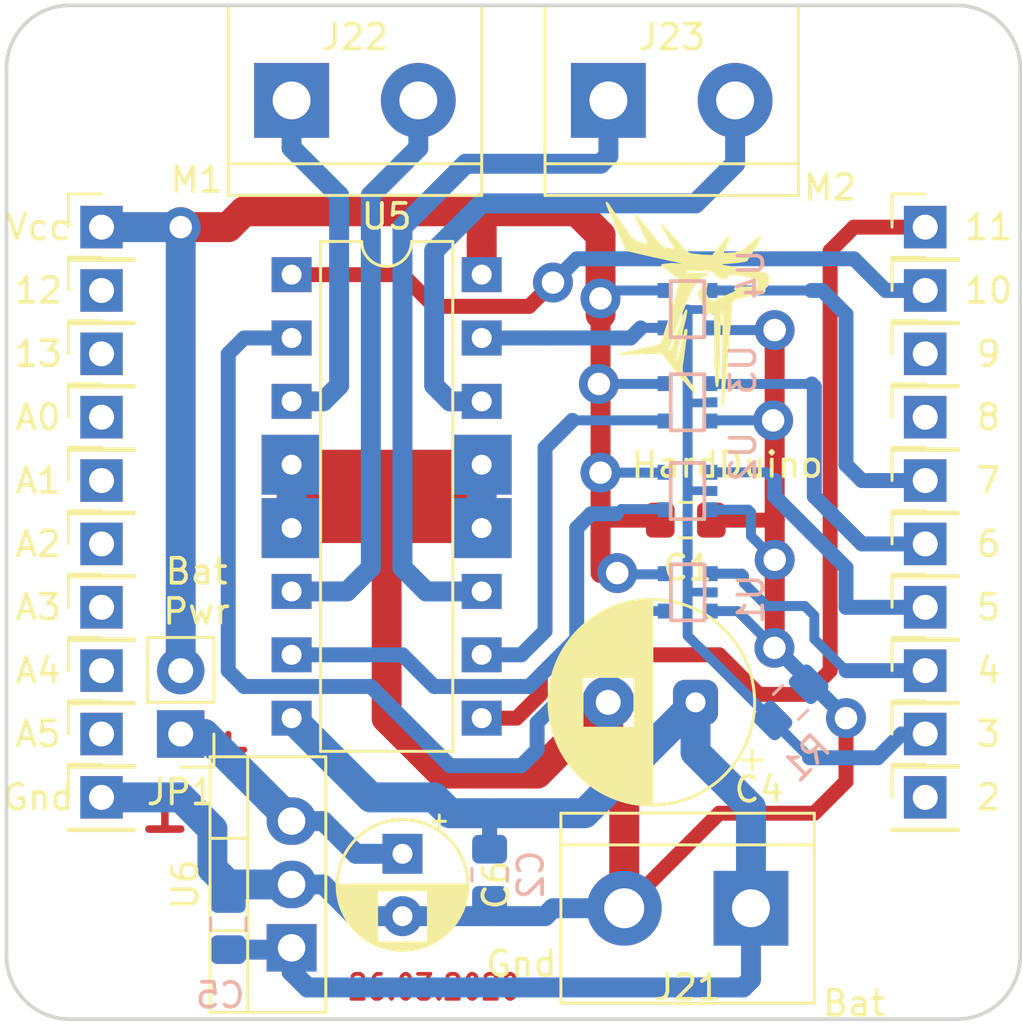
<source format=kicad_pcb>
(kicad_pcb (version 20171130) (host pcbnew "(5.1.4)-1")

  (general
    (thickness 1.6)
    (drawings 37)
    (tracks 225)
    (zones 0)
    (modules 40)
    (nets 31)
  )

  (page A4 portrait)
  (layers
    (0 F.Cu signal)
    (31 B.Cu signal)
    (32 B.Adhes user)
    (33 F.Adhes user)
    (34 B.Paste user)
    (35 F.Paste user)
    (36 B.SilkS user)
    (37 F.SilkS user)
    (38 B.Mask user)
    (39 F.Mask user)
    (40 Dwgs.User user)
    (41 Cmts.User user)
    (42 Eco1.User user)
    (43 Eco2.User user)
    (44 Edge.Cuts user)
    (45 Margin user)
    (46 B.CrtYd user)
    (47 F.CrtYd user)
    (48 B.Fab user)
    (49 F.Fab user)
  )

  (setup
    (last_trace_width 1.2)
    (user_trace_width 0.4)
    (user_trace_width 0.6)
    (user_trace_width 0.8)
    (user_trace_width 1.2)
    (trace_clearance 0.2)
    (zone_clearance 0.508)
    (zone_45_only no)
    (trace_min 0.2)
    (via_size 0.8)
    (via_drill 0.4)
    (via_min_size 0.4)
    (via_min_drill 0.3)
    (user_via 1.3 0.9)
    (user_via 1.5 0.9)
    (user_via 1.6 0.9)
    (user_via 1.6 1.1)
    (uvia_size 0.3)
    (uvia_drill 0.1)
    (uvias_allowed no)
    (uvia_min_size 0.2)
    (uvia_min_drill 0.1)
    (edge_width 0.05)
    (segment_width 0.2)
    (pcb_text_width 0.3)
    (pcb_text_size 1.5 1.5)
    (mod_edge_width 0.12)
    (mod_text_size 1 1)
    (mod_text_width 0.15)
    (pad_size 1.9 1.9)
    (pad_drill 1)
    (pad_to_mask_clearance 0.051)
    (solder_mask_min_width 0.25)
    (aux_axis_origin 0 0)
    (visible_elements 7FFFFFFF)
    (pcbplotparams
      (layerselection 0x00000_7fffffff)
      (usegerberextensions false)
      (usegerberattributes false)
      (usegerberadvancedattributes false)
      (creategerberjobfile false)
      (excludeedgelayer true)
      (linewidth 0.100000)
      (plotframeref false)
      (viasonmask false)
      (mode 1)
      (useauxorigin false)
      (hpglpennumber 1)
      (hpglpenspeed 20)
      (hpglpendiameter 15.000000)
      (psnegative true)
      (psa4output false)
      (plotreference true)
      (plotvalue true)
      (plotinvisibletext false)
      (padsonsilk false)
      (subtractmaskfromsilk false)
      (outputformat 4)
      (mirror true)
      (drillshape 1)
      (scaleselection 1)
      (outputdirectory "l293/"))
  )

  (net 0 "")
  (net 1 "Net-(J1-Pad1)")
  (net 2 "Net-(J2-Pad1)")
  (net 3 "Net-(J3-Pad1)")
  (net 4 "Net-(J4-Pad1)")
  (net 5 "Net-(J5-Pad1)")
  (net 6 "Net-(J6-Pad1)")
  (net 7 "Net-(J7-Pad1)")
  (net 8 "Net-(J8-Pad1)")
  (net 9 "Net-(J9-Pad1)")
  (net 10 "Net-(J10-Pad1)")
  (net 11 "Net-(J11-Pad1)")
  (net 12 "Net-(J12-Pad1)")
  (net 13 "Net-(J13-Pad1)")
  (net 14 "Net-(J14-Pad1)")
  (net 15 "Net-(J15-Pad1)")
  (net 16 "Net-(J16-Pad1)")
  (net 17 "Net-(J17-Pad1)")
  (net 18 "Net-(J18-Pad1)")
  (net 19 VCC)
  (net 20 GND)
  (net 21 "Net-(C2-Pad2)")
  (net 22 "Net-(J22-Pad2)")
  (net 23 "Net-(J22-Pad1)")
  (net 24 "Net-(J23-Pad1)")
  (net 25 "Net-(J23-Pad2)")
  (net 26 "Net-(U1-Pad4)")
  (net 27 "Net-(U2-Pad4)")
  (net 28 "Net-(U3-Pad4)")
  (net 29 "Net-(U4-Pad4)")
  (net 30 "Net-(C6-Pad1)")

  (net_class Default "Это класс цепей по умолчанию."
    (clearance 0.2)
    (trace_width 0.25)
    (via_dia 0.8)
    (via_drill 0.4)
    (uvia_dia 0.3)
    (uvia_drill 0.1)
    (add_net GND)
    (add_net "Net-(C2-Pad2)")
    (add_net "Net-(C6-Pad1)")
    (add_net "Net-(J1-Pad1)")
    (add_net "Net-(J10-Pad1)")
    (add_net "Net-(J11-Pad1)")
    (add_net "Net-(J12-Pad1)")
    (add_net "Net-(J13-Pad1)")
    (add_net "Net-(J14-Pad1)")
    (add_net "Net-(J15-Pad1)")
    (add_net "Net-(J16-Pad1)")
    (add_net "Net-(J17-Pad1)")
    (add_net "Net-(J18-Pad1)")
    (add_net "Net-(J2-Pad1)")
    (add_net "Net-(J22-Pad1)")
    (add_net "Net-(J22-Pad2)")
    (add_net "Net-(J23-Pad1)")
    (add_net "Net-(J23-Pad2)")
    (add_net "Net-(J3-Pad1)")
    (add_net "Net-(J4-Pad1)")
    (add_net "Net-(J5-Pad1)")
    (add_net "Net-(J6-Pad1)")
    (add_net "Net-(J7-Pad1)")
    (add_net "Net-(J8-Pad1)")
    (add_net "Net-(J9-Pad1)")
    (add_net "Net-(U1-Pad4)")
    (add_net "Net-(U2-Pad4)")
    (add_net "Net-(U3-Pad4)")
    (add_net "Net-(U4-Pad4)")
    (add_net VCC)
  )

  (module Resistor_SMD:R_0805_2012Metric_Pad1.15x1.40mm_HandSolder (layer B.Cu) (tedit 5B36C52B) (tstamp 5E5CABD5)
    (at 120.3325 78.74 225)
    (descr "Resistor SMD 0805 (2012 Metric), square (rectangular) end terminal, IPC_7351 nominal with elongated pad for handsoldering. (Body size source: https://docs.google.com/spreadsheets/d/1BsfQQcO9C6DZCsRaXUlFlo91Tg2WpOkGARC1WS5S8t0/edit?usp=sharing), generated with kicad-footprint-generator")
    (tags "resistor handsolder")
    (path /5E5CB29D)
    (attr smd)
    (fp_text reference R1 (at 1.122532 -2.020558 45) (layer B.SilkS)
      (effects (font (size 1 1) (thickness 0.15)) (justify mirror))
    )
    (fp_text value 10k (at 0 -1.65 45) (layer B.Fab)
      (effects (font (size 1 1) (thickness 0.15)) (justify mirror))
    )
    (fp_text user %R (at 0 0 45) (layer B.Fab)
      (effects (font (size 0.5 0.5) (thickness 0.08)) (justify mirror))
    )
    (fp_line (start 1.85 -0.95) (end -1.85 -0.95) (layer B.CrtYd) (width 0.05))
    (fp_line (start 1.85 0.95) (end 1.85 -0.95) (layer B.CrtYd) (width 0.05))
    (fp_line (start -1.85 0.95) (end 1.85 0.95) (layer B.CrtYd) (width 0.05))
    (fp_line (start -1.85 -0.95) (end -1.85 0.95) (layer B.CrtYd) (width 0.05))
    (fp_line (start -0.261252 -0.71) (end 0.261252 -0.71) (layer B.SilkS) (width 0.12))
    (fp_line (start -0.261252 0.71) (end 0.261252 0.71) (layer B.SilkS) (width 0.12))
    (fp_line (start 1 -0.6) (end -1 -0.6) (layer B.Fab) (width 0.1))
    (fp_line (start 1 0.6) (end 1 -0.6) (layer B.Fab) (width 0.1))
    (fp_line (start -1 0.6) (end 1 0.6) (layer B.Fab) (width 0.1))
    (fp_line (start -1 -0.6) (end -1 0.6) (layer B.Fab) (width 0.1))
    (pad 2 smd roundrect (at 1.025 0 225) (size 1.15 1.4) (layers B.Cu B.Paste B.Mask) (roundrect_rratio 0.217391)
      (net 2 "Net-(J2-Pad1)"))
    (pad 1 smd roundrect (at -1.025 0 225) (size 1.15 1.4) (layers B.Cu B.Paste B.Mask) (roundrect_rratio 0.217391)
      (net 20 GND))
    (model ${KISYS3DMOD}/Resistor_SMD.3dshapes/R_0805_2012Metric.wrl
      (at (xyz 0 0 0))
      (scale (xyz 1 1 1))
      (rotate (xyz 0 0 0))
    )
  )

  (module Capacitor_THT:CP_Radial_D8.0mm_P3.50mm (layer F.Cu) (tedit 5E7CFEC6) (tstamp 5E5CA7F4)
    (at 116.5225 78.74 180)
    (descr "CP, Radial series, Radial, pin pitch=3.50mm, , diameter=8mm, Electrolytic Capacitor")
    (tags "CP Radial series Radial pin pitch 3.50mm  diameter 8mm Electrolytic Capacitor")
    (path /5E5DD515)
    (fp_text reference C4 (at -2.54 -3.4925) (layer F.SilkS)
      (effects (font (size 1 1) (thickness 0.15)))
    )
    (fp_text value 500uF (at 1.75 5.25) (layer F.Fab)
      (effects (font (size 1 1) (thickness 0.15)))
    )
    (fp_text user %R (at 1.75 0) (layer F.Fab)
      (effects (font (size 1 1) (thickness 0.15)))
    )
    (fp_line (start -2.259698 -2.715) (end -2.259698 -1.915) (layer F.SilkS) (width 0.12))
    (fp_line (start -2.659698 -2.315) (end -1.859698 -2.315) (layer F.SilkS) (width 0.12))
    (fp_line (start 5.831 -0.533) (end 5.831 0.533) (layer F.SilkS) (width 0.12))
    (fp_line (start 5.791 -0.768) (end 5.791 0.768) (layer F.SilkS) (width 0.12))
    (fp_line (start 5.751 -0.948) (end 5.751 0.948) (layer F.SilkS) (width 0.12))
    (fp_line (start 5.711 -1.098) (end 5.711 1.098) (layer F.SilkS) (width 0.12))
    (fp_line (start 5.671 -1.229) (end 5.671 1.229) (layer F.SilkS) (width 0.12))
    (fp_line (start 5.631 -1.346) (end 5.631 1.346) (layer F.SilkS) (width 0.12))
    (fp_line (start 5.591 -1.453) (end 5.591 1.453) (layer F.SilkS) (width 0.12))
    (fp_line (start 5.551 -1.552) (end 5.551 1.552) (layer F.SilkS) (width 0.12))
    (fp_line (start 5.511 -1.645) (end 5.511 1.645) (layer F.SilkS) (width 0.12))
    (fp_line (start 5.471 -1.731) (end 5.471 1.731) (layer F.SilkS) (width 0.12))
    (fp_line (start 5.431 -1.813) (end 5.431 1.813) (layer F.SilkS) (width 0.12))
    (fp_line (start 5.391 -1.89) (end 5.391 1.89) (layer F.SilkS) (width 0.12))
    (fp_line (start 5.351 -1.964) (end 5.351 1.964) (layer F.SilkS) (width 0.12))
    (fp_line (start 5.311 -2.034) (end 5.311 2.034) (layer F.SilkS) (width 0.12))
    (fp_line (start 5.271 -2.102) (end 5.271 2.102) (layer F.SilkS) (width 0.12))
    (fp_line (start 5.231 -2.166) (end 5.231 2.166) (layer F.SilkS) (width 0.12))
    (fp_line (start 5.191 -2.228) (end 5.191 2.228) (layer F.SilkS) (width 0.12))
    (fp_line (start 5.151 -2.287) (end 5.151 2.287) (layer F.SilkS) (width 0.12))
    (fp_line (start 5.111 -2.345) (end 5.111 2.345) (layer F.SilkS) (width 0.12))
    (fp_line (start 5.071 -2.4) (end 5.071 2.4) (layer F.SilkS) (width 0.12))
    (fp_line (start 5.031 -2.454) (end 5.031 2.454) (layer F.SilkS) (width 0.12))
    (fp_line (start 4.991 -2.505) (end 4.991 2.505) (layer F.SilkS) (width 0.12))
    (fp_line (start 4.951 -2.556) (end 4.951 2.556) (layer F.SilkS) (width 0.12))
    (fp_line (start 4.911 -2.604) (end 4.911 2.604) (layer F.SilkS) (width 0.12))
    (fp_line (start 4.871 -2.651) (end 4.871 2.651) (layer F.SilkS) (width 0.12))
    (fp_line (start 4.831 -2.697) (end 4.831 2.697) (layer F.SilkS) (width 0.12))
    (fp_line (start 4.791 -2.741) (end 4.791 2.741) (layer F.SilkS) (width 0.12))
    (fp_line (start 4.751 -2.784) (end 4.751 2.784) (layer F.SilkS) (width 0.12))
    (fp_line (start 4.711 -2.826) (end 4.711 2.826) (layer F.SilkS) (width 0.12))
    (fp_line (start 4.671 -2.867) (end 4.671 2.867) (layer F.SilkS) (width 0.12))
    (fp_line (start 4.631 -2.907) (end 4.631 2.907) (layer F.SilkS) (width 0.12))
    (fp_line (start 4.591 -2.945) (end 4.591 2.945) (layer F.SilkS) (width 0.12))
    (fp_line (start 4.551 -2.983) (end 4.551 2.983) (layer F.SilkS) (width 0.12))
    (fp_line (start 4.511 1.04) (end 4.511 3.019) (layer F.SilkS) (width 0.12))
    (fp_line (start 4.511 -3.019) (end 4.511 -1.04) (layer F.SilkS) (width 0.12))
    (fp_line (start 4.471 1.04) (end 4.471 3.055) (layer F.SilkS) (width 0.12))
    (fp_line (start 4.471 -3.055) (end 4.471 -1.04) (layer F.SilkS) (width 0.12))
    (fp_line (start 4.431 1.04) (end 4.431 3.09) (layer F.SilkS) (width 0.12))
    (fp_line (start 4.431 -3.09) (end 4.431 -1.04) (layer F.SilkS) (width 0.12))
    (fp_line (start 4.391 1.04) (end 4.391 3.124) (layer F.SilkS) (width 0.12))
    (fp_line (start 4.391 -3.124) (end 4.391 -1.04) (layer F.SilkS) (width 0.12))
    (fp_line (start 4.351 1.04) (end 4.351 3.156) (layer F.SilkS) (width 0.12))
    (fp_line (start 4.351 -3.156) (end 4.351 -1.04) (layer F.SilkS) (width 0.12))
    (fp_line (start 4.311 1.04) (end 4.311 3.189) (layer F.SilkS) (width 0.12))
    (fp_line (start 4.311 -3.189) (end 4.311 -1.04) (layer F.SilkS) (width 0.12))
    (fp_line (start 4.271 1.04) (end 4.271 3.22) (layer F.SilkS) (width 0.12))
    (fp_line (start 4.271 -3.22) (end 4.271 -1.04) (layer F.SilkS) (width 0.12))
    (fp_line (start 4.231 1.04) (end 4.231 3.25) (layer F.SilkS) (width 0.12))
    (fp_line (start 4.231 -3.25) (end 4.231 -1.04) (layer F.SilkS) (width 0.12))
    (fp_line (start 4.191 1.04) (end 4.191 3.28) (layer F.SilkS) (width 0.12))
    (fp_line (start 4.191 -3.28) (end 4.191 -1.04) (layer F.SilkS) (width 0.12))
    (fp_line (start 4.151 1.04) (end 4.151 3.309) (layer F.SilkS) (width 0.12))
    (fp_line (start 4.151 -3.309) (end 4.151 -1.04) (layer F.SilkS) (width 0.12))
    (fp_line (start 4.111 1.04) (end 4.111 3.338) (layer F.SilkS) (width 0.12))
    (fp_line (start 4.111 -3.338) (end 4.111 -1.04) (layer F.SilkS) (width 0.12))
    (fp_line (start 4.071 1.04) (end 4.071 3.365) (layer F.SilkS) (width 0.12))
    (fp_line (start 4.071 -3.365) (end 4.071 -1.04) (layer F.SilkS) (width 0.12))
    (fp_line (start 4.031 1.04) (end 4.031 3.392) (layer F.SilkS) (width 0.12))
    (fp_line (start 4.031 -3.392) (end 4.031 -1.04) (layer F.SilkS) (width 0.12))
    (fp_line (start 3.991 1.04) (end 3.991 3.418) (layer F.SilkS) (width 0.12))
    (fp_line (start 3.991 -3.418) (end 3.991 -1.04) (layer F.SilkS) (width 0.12))
    (fp_line (start 3.951 1.04) (end 3.951 3.444) (layer F.SilkS) (width 0.12))
    (fp_line (start 3.951 -3.444) (end 3.951 -1.04) (layer F.SilkS) (width 0.12))
    (fp_line (start 3.911 1.04) (end 3.911 3.469) (layer F.SilkS) (width 0.12))
    (fp_line (start 3.911 -3.469) (end 3.911 -1.04) (layer F.SilkS) (width 0.12))
    (fp_line (start 3.871 1.04) (end 3.871 3.493) (layer F.SilkS) (width 0.12))
    (fp_line (start 3.871 -3.493) (end 3.871 -1.04) (layer F.SilkS) (width 0.12))
    (fp_line (start 3.831 1.04) (end 3.831 3.517) (layer F.SilkS) (width 0.12))
    (fp_line (start 3.831 -3.517) (end 3.831 -1.04) (layer F.SilkS) (width 0.12))
    (fp_line (start 3.791 1.04) (end 3.791 3.54) (layer F.SilkS) (width 0.12))
    (fp_line (start 3.791 -3.54) (end 3.791 -1.04) (layer F.SilkS) (width 0.12))
    (fp_line (start 3.751 1.04) (end 3.751 3.562) (layer F.SilkS) (width 0.12))
    (fp_line (start 3.751 -3.562) (end 3.751 -1.04) (layer F.SilkS) (width 0.12))
    (fp_line (start 3.711 1.04) (end 3.711 3.584) (layer F.SilkS) (width 0.12))
    (fp_line (start 3.711 -3.584) (end 3.711 -1.04) (layer F.SilkS) (width 0.12))
    (fp_line (start 3.671 1.04) (end 3.671 3.606) (layer F.SilkS) (width 0.12))
    (fp_line (start 3.671 -3.606) (end 3.671 -1.04) (layer F.SilkS) (width 0.12))
    (fp_line (start 3.631 1.04) (end 3.631 3.627) (layer F.SilkS) (width 0.12))
    (fp_line (start 3.631 -3.627) (end 3.631 -1.04) (layer F.SilkS) (width 0.12))
    (fp_line (start 3.591 1.04) (end 3.591 3.647) (layer F.SilkS) (width 0.12))
    (fp_line (start 3.591 -3.647) (end 3.591 -1.04) (layer F.SilkS) (width 0.12))
    (fp_line (start 3.551 1.04) (end 3.551 3.666) (layer F.SilkS) (width 0.12))
    (fp_line (start 3.551 -3.666) (end 3.551 -1.04) (layer F.SilkS) (width 0.12))
    (fp_line (start 3.511 1.04) (end 3.511 3.686) (layer F.SilkS) (width 0.12))
    (fp_line (start 3.511 -3.686) (end 3.511 -1.04) (layer F.SilkS) (width 0.12))
    (fp_line (start 3.471 1.04) (end 3.471 3.704) (layer F.SilkS) (width 0.12))
    (fp_line (start 3.471 -3.704) (end 3.471 -1.04) (layer F.SilkS) (width 0.12))
    (fp_line (start 3.431 1.04) (end 3.431 3.722) (layer F.SilkS) (width 0.12))
    (fp_line (start 3.431 -3.722) (end 3.431 -1.04) (layer F.SilkS) (width 0.12))
    (fp_line (start 3.391 1.04) (end 3.391 3.74) (layer F.SilkS) (width 0.12))
    (fp_line (start 3.391 -3.74) (end 3.391 -1.04) (layer F.SilkS) (width 0.12))
    (fp_line (start 3.351 1.04) (end 3.351 3.757) (layer F.SilkS) (width 0.12))
    (fp_line (start 3.351 -3.757) (end 3.351 -1.04) (layer F.SilkS) (width 0.12))
    (fp_line (start 3.311 1.04) (end 3.311 3.774) (layer F.SilkS) (width 0.12))
    (fp_line (start 3.311 -3.774) (end 3.311 -1.04) (layer F.SilkS) (width 0.12))
    (fp_line (start 3.271 1.04) (end 3.271 3.79) (layer F.SilkS) (width 0.12))
    (fp_line (start 3.271 -3.79) (end 3.271 -1.04) (layer F.SilkS) (width 0.12))
    (fp_line (start 3.231 1.04) (end 3.231 3.805) (layer F.SilkS) (width 0.12))
    (fp_line (start 3.231 -3.805) (end 3.231 -1.04) (layer F.SilkS) (width 0.12))
    (fp_line (start 3.191 1.04) (end 3.191 3.821) (layer F.SilkS) (width 0.12))
    (fp_line (start 3.191 -3.821) (end 3.191 -1.04) (layer F.SilkS) (width 0.12))
    (fp_line (start 3.151 1.04) (end 3.151 3.835) (layer F.SilkS) (width 0.12))
    (fp_line (start 3.151 -3.835) (end 3.151 -1.04) (layer F.SilkS) (width 0.12))
    (fp_line (start 3.111 1.04) (end 3.111 3.85) (layer F.SilkS) (width 0.12))
    (fp_line (start 3.111 -3.85) (end 3.111 -1.04) (layer F.SilkS) (width 0.12))
    (fp_line (start 3.071 1.04) (end 3.071 3.863) (layer F.SilkS) (width 0.12))
    (fp_line (start 3.071 -3.863) (end 3.071 -1.04) (layer F.SilkS) (width 0.12))
    (fp_line (start 3.031 1.04) (end 3.031 3.877) (layer F.SilkS) (width 0.12))
    (fp_line (start 3.031 -3.877) (end 3.031 -1.04) (layer F.SilkS) (width 0.12))
    (fp_line (start 2.991 1.04) (end 2.991 3.889) (layer F.SilkS) (width 0.12))
    (fp_line (start 2.991 -3.889) (end 2.991 -1.04) (layer F.SilkS) (width 0.12))
    (fp_line (start 2.951 1.04) (end 2.951 3.902) (layer F.SilkS) (width 0.12))
    (fp_line (start 2.951 -3.902) (end 2.951 -1.04) (layer F.SilkS) (width 0.12))
    (fp_line (start 2.911 1.04) (end 2.911 3.914) (layer F.SilkS) (width 0.12))
    (fp_line (start 2.911 -3.914) (end 2.911 -1.04) (layer F.SilkS) (width 0.12))
    (fp_line (start 2.871 1.04) (end 2.871 3.925) (layer F.SilkS) (width 0.12))
    (fp_line (start 2.871 -3.925) (end 2.871 -1.04) (layer F.SilkS) (width 0.12))
    (fp_line (start 2.831 1.04) (end 2.831 3.936) (layer F.SilkS) (width 0.12))
    (fp_line (start 2.831 -3.936) (end 2.831 -1.04) (layer F.SilkS) (width 0.12))
    (fp_line (start 2.791 1.04) (end 2.791 3.947) (layer F.SilkS) (width 0.12))
    (fp_line (start 2.791 -3.947) (end 2.791 -1.04) (layer F.SilkS) (width 0.12))
    (fp_line (start 2.751 1.04) (end 2.751 3.957) (layer F.SilkS) (width 0.12))
    (fp_line (start 2.751 -3.957) (end 2.751 -1.04) (layer F.SilkS) (width 0.12))
    (fp_line (start 2.711 1.04) (end 2.711 3.967) (layer F.SilkS) (width 0.12))
    (fp_line (start 2.711 -3.967) (end 2.711 -1.04) (layer F.SilkS) (width 0.12))
    (fp_line (start 2.671 1.04) (end 2.671 3.976) (layer F.SilkS) (width 0.12))
    (fp_line (start 2.671 -3.976) (end 2.671 -1.04) (layer F.SilkS) (width 0.12))
    (fp_line (start 2.631 1.04) (end 2.631 3.985) (layer F.SilkS) (width 0.12))
    (fp_line (start 2.631 -3.985) (end 2.631 -1.04) (layer F.SilkS) (width 0.12))
    (fp_line (start 2.591 1.04) (end 2.591 3.994) (layer F.SilkS) (width 0.12))
    (fp_line (start 2.591 -3.994) (end 2.591 -1.04) (layer F.SilkS) (width 0.12))
    (fp_line (start 2.551 1.04) (end 2.551 4.002) (layer F.SilkS) (width 0.12))
    (fp_line (start 2.551 -4.002) (end 2.551 -1.04) (layer F.SilkS) (width 0.12))
    (fp_line (start 2.511 1.04) (end 2.511 4.01) (layer F.SilkS) (width 0.12))
    (fp_line (start 2.511 -4.01) (end 2.511 -1.04) (layer F.SilkS) (width 0.12))
    (fp_line (start 2.471 1.04) (end 2.471 4.017) (layer F.SilkS) (width 0.12))
    (fp_line (start 2.471 -4.017) (end 2.471 -1.04) (layer F.SilkS) (width 0.12))
    (fp_line (start 2.43 -4.024) (end 2.43 4.024) (layer F.SilkS) (width 0.12))
    (fp_line (start 2.39 -4.03) (end 2.39 4.03) (layer F.SilkS) (width 0.12))
    (fp_line (start 2.35 -4.037) (end 2.35 4.037) (layer F.SilkS) (width 0.12))
    (fp_line (start 2.31 -4.042) (end 2.31 4.042) (layer F.SilkS) (width 0.12))
    (fp_line (start 2.27 -4.048) (end 2.27 4.048) (layer F.SilkS) (width 0.12))
    (fp_line (start 2.23 -4.052) (end 2.23 4.052) (layer F.SilkS) (width 0.12))
    (fp_line (start 2.19 -4.057) (end 2.19 4.057) (layer F.SilkS) (width 0.12))
    (fp_line (start 2.15 -4.061) (end 2.15 4.061) (layer F.SilkS) (width 0.12))
    (fp_line (start 2.11 -4.065) (end 2.11 4.065) (layer F.SilkS) (width 0.12))
    (fp_line (start 2.07 -4.068) (end 2.07 4.068) (layer F.SilkS) (width 0.12))
    (fp_line (start 2.03 -4.071) (end 2.03 4.071) (layer F.SilkS) (width 0.12))
    (fp_line (start 1.99 -4.074) (end 1.99 4.074) (layer F.SilkS) (width 0.12))
    (fp_line (start 1.95 -4.076) (end 1.95 4.076) (layer F.SilkS) (width 0.12))
    (fp_line (start 1.91 -4.077) (end 1.91 4.077) (layer F.SilkS) (width 0.12))
    (fp_line (start 1.87 -4.079) (end 1.87 4.079) (layer F.SilkS) (width 0.12))
    (fp_line (start 1.83 -4.08) (end 1.83 4.08) (layer F.SilkS) (width 0.12))
    (fp_line (start 1.79 -4.08) (end 1.79 4.08) (layer F.SilkS) (width 0.12))
    (fp_line (start 1.75 -4.08) (end 1.75 4.08) (layer F.SilkS) (width 0.12))
    (fp_line (start -1.276759 -2.1475) (end -1.276759 -1.3475) (layer F.Fab) (width 0.1))
    (fp_line (start -1.676759 -1.7475) (end -0.876759 -1.7475) (layer F.Fab) (width 0.1))
    (fp_circle (center 1.75 0) (end 6 0) (layer F.CrtYd) (width 0.05))
    (fp_circle (center 1.75 0) (end 5.87 0) (layer F.SilkS) (width 0.12))
    (fp_circle (center 1.75 0) (end 5.75 0) (layer F.Fab) (width 0.1))
    (pad 2 thru_hole circle (at 3.5 0 180) (size 2.1 2.1) (drill 1) (layers *.Cu *.Mask)
      (net 20 GND))
    (pad 1 thru_hole roundrect (at 0 0 180) (size 1.8 1.8) (drill 0.8) (layers *.Cu *.Mask) (roundrect_rratio 0.25)
      (net 21 "Net-(C2-Pad2)"))
    (model ${KISYS3DMOD}/Capacitor_THT.3dshapes/CP_Radial_D8.0mm_P3.50mm.wrl
      (at (xyz 0 0 0))
      (scale (xyz 1 1 1))
      (rotate (xyz 0 0 0))
    )
  )

  (module MountingHole:MountingHole_3.2mm_M3 (layer F.Cu) (tedit 56D1B4CB) (tstamp 5D79781E)
    (at 92.71 54.61)
    (descr "Mounting Hole 3.2mm, no annular, M3")
    (tags "mounting hole 3.2mm no annular m3")
    (path /5D791BF4)
    (attr virtual)
    (fp_text reference H1 (at -3.81 -4.2) (layer F.SilkS) hide
      (effects (font (size 1 1) (thickness 0.15)))
    )
    (fp_text value MountingHole (at 2.54 -5.08) (layer F.Fab) hide
      (effects (font (size 1 1) (thickness 0.15)))
    )
    (fp_circle (center 0 0) (end 3.45 0) (layer F.CrtYd) (width 0.05))
    (fp_circle (center 0 0) (end 3.2 0) (layer Cmts.User) (width 0.15))
    (fp_text user %R (at 0.3 0) (layer F.Fab)
      (effects (font (size 1 1) (thickness 0.15)))
    )
    (pad 1 np_thru_hole circle (at 0 0) (size 3.2 3.2) (drill 3.2) (layers *.Cu *.Mask))
  )

  (module MountingHole:MountingHole_3.2mm_M3 (layer F.Cu) (tedit 56D1B4CB) (tstamp 5D797826)
    (at 92.71 87.63)
    (descr "Mounting Hole 3.2mm, no annular, M3")
    (tags "mounting hole 3.2mm no annular m3")
    (path /5D793188)
    (attr virtual)
    (fp_text reference H2 (at -3.81 3.81) (layer F.SilkS) hide
      (effects (font (size 1 1) (thickness 0.15)))
    )
    (fp_text value MountingHole (at 3.81 5.08) (layer F.Fab) hide
      (effects (font (size 1 1) (thickness 0.15)))
    )
    (fp_text user %R (at 0.3 0) (layer F.Fab)
      (effects (font (size 1 1) (thickness 0.15)))
    )
    (fp_circle (center 0 0) (end 3.2 0) (layer Cmts.User) (width 0.15))
    (fp_circle (center 0 0) (end 3.45 0) (layer F.CrtYd) (width 0.05))
    (pad 1 np_thru_hole circle (at 0 0) (size 3.2 3.2) (drill 3.2) (layers *.Cu *.Mask))
  )

  (module MountingHole:MountingHole_3.2mm_M3 (layer F.Cu) (tedit 56D1B4CB) (tstamp 5D79782E)
    (at 125.73 54.61)
    (descr "Mounting Hole 3.2mm, no annular, M3")
    (tags "mounting hole 3.2mm no annular m3")
    (path /5D793224)
    (attr virtual)
    (fp_text reference H3 (at 3.81 -3.81) (layer F.SilkS) hide
      (effects (font (size 1 1) (thickness 0.15)))
    )
    (fp_text value MountingHole (at -2.54 -5.08) (layer F.Fab) hide
      (effects (font (size 1 1) (thickness 0.15)))
    )
    (fp_circle (center 0 0) (end 3.45 0) (layer F.CrtYd) (width 0.05))
    (fp_circle (center 0 0) (end 3.2 0) (layer Cmts.User) (width 0.15))
    (fp_text user %R (at 0.3 0) (layer F.Fab)
      (effects (font (size 1 1) (thickness 0.15)))
    )
    (pad 1 np_thru_hole circle (at 0 0) (size 3.2 3.2) (drill 3.2) (layers *.Cu *.Mask))
  )

  (module MountingHole:MountingHole_3.2mm_M3 (layer F.Cu) (tedit 56D1B4CB) (tstamp 5D797836)
    (at 125.73 87.63)
    (descr "Mounting Hole 3.2mm, no annular, M3")
    (tags "mounting hole 3.2mm no annular m3")
    (path /5D7932CC)
    (attr virtual)
    (fp_text reference H4 (at 3.81 3.81) (layer F.SilkS) hide
      (effects (font (size 1 1) (thickness 0.15)))
    )
    (fp_text value MountingHole (at -5.08 5.08) (layer F.Fab) hide
      (effects (font (size 1 1) (thickness 0.15)))
    )
    (fp_text user %R (at 0 0) (layer F.Fab)
      (effects (font (size 1 1) (thickness 0.15)))
    )
    (fp_circle (center 0 0) (end 3.2 0) (layer Cmts.User) (width 0.15))
    (fp_circle (center 0 0) (end 3.45 0) (layer F.CrtYd) (width 0.05))
    (pad 1 np_thru_hole circle (at 0 0) (size 3.2 3.2) (drill 3.2) (layers *.Cu *.Mask))
  )

  (module Connector_PinHeader_2.54mm:PinHeader_1x01_P2.54mm_Vertical (layer F.Cu) (tedit 59FED5CC) (tstamp 5D79784B)
    (at 125.73 82.55)
    (descr "Through hole straight pin header, 1x01, 2.54mm pitch, single row")
    (tags "Through hole pin header THT 1x01 2.54mm single row")
    (path /5D793457)
    (fp_text reference J1 (at -2.54 0) (layer F.SilkS) hide
      (effects (font (size 1 1) (thickness 0.15)))
    )
    (fp_text value 2 (at 2.54 0) (layer F.Fab)
      (effects (font (size 1 1) (thickness 0.15)))
    )
    (fp_text user %R (at 0 0 90) (layer F.Fab)
      (effects (font (size 1 1) (thickness 0.15)))
    )
    (fp_line (start 1.8 -1.8) (end -1.8 -1.8) (layer F.CrtYd) (width 0.05))
    (fp_line (start 1.8 1.8) (end 1.8 -1.8) (layer F.CrtYd) (width 0.05))
    (fp_line (start -1.8 1.8) (end 1.8 1.8) (layer F.CrtYd) (width 0.05))
    (fp_line (start -1.8 -1.8) (end -1.8 1.8) (layer F.CrtYd) (width 0.05))
    (fp_line (start -1.33 -1.33) (end 0 -1.33) (layer F.SilkS) (width 0.12))
    (fp_line (start -1.33 0) (end -1.33 -1.33) (layer F.SilkS) (width 0.12))
    (fp_line (start -1.33 1.27) (end 1.33 1.27) (layer F.SilkS) (width 0.12))
    (fp_line (start 1.33 1.27) (end 1.33 1.33) (layer F.SilkS) (width 0.12))
    (fp_line (start -1.33 1.27) (end -1.33 1.33) (layer F.SilkS) (width 0.12))
    (fp_line (start -1.33 1.33) (end 1.33 1.33) (layer F.SilkS) (width 0.12))
    (fp_line (start -1.27 -0.635) (end -0.635 -1.27) (layer F.Fab) (width 0.1))
    (fp_line (start -1.27 1.27) (end -1.27 -0.635) (layer F.Fab) (width 0.1))
    (fp_line (start 1.27 1.27) (end -1.27 1.27) (layer F.Fab) (width 0.1))
    (fp_line (start 1.27 -1.27) (end 1.27 1.27) (layer F.Fab) (width 0.1))
    (fp_line (start -0.635 -1.27) (end 1.27 -1.27) (layer F.Fab) (width 0.1))
    (pad 1 thru_hole rect (at 0 0) (size 1.7 1.7) (drill 1) (layers *.Cu *.Mask)
      (net 1 "Net-(J1-Pad1)"))
    (model ${KISYS3DMOD}/Connector_PinHeader_2.54mm.3dshapes/PinHeader_1x01_P2.54mm_Vertical.wrl
      (at (xyz 0 0 0))
      (scale (xyz 1 1 1))
      (rotate (xyz 0 0 0))
    )
  )

  (module Connector_PinHeader_2.54mm:PinHeader_1x01_P2.54mm_Vertical (layer F.Cu) (tedit 59FED5CC) (tstamp 5D797860)
    (at 125.73 80.01)
    (descr "Through hole straight pin header, 1x01, 2.54mm pitch, single row")
    (tags "Through hole pin header THT 1x01 2.54mm single row")
    (path /5D794940)
    (fp_text reference J2 (at -2.54 0) (layer F.SilkS) hide
      (effects (font (size 1 1) (thickness 0.15)))
    )
    (fp_text value 3 (at 2.54 0) (layer F.Fab)
      (effects (font (size 1 1) (thickness 0.15)))
    )
    (fp_line (start -0.635 -1.27) (end 1.27 -1.27) (layer F.Fab) (width 0.1))
    (fp_line (start 1.27 -1.27) (end 1.27 1.27) (layer F.Fab) (width 0.1))
    (fp_line (start 1.27 1.27) (end -1.27 1.27) (layer F.Fab) (width 0.1))
    (fp_line (start -1.27 1.27) (end -1.27 -0.635) (layer F.Fab) (width 0.1))
    (fp_line (start -1.27 -0.635) (end -0.635 -1.27) (layer F.Fab) (width 0.1))
    (fp_line (start -1.33 1.33) (end 1.33 1.33) (layer F.SilkS) (width 0.12))
    (fp_line (start -1.33 1.27) (end -1.33 1.33) (layer F.SilkS) (width 0.12))
    (fp_line (start 1.33 1.27) (end 1.33 1.33) (layer F.SilkS) (width 0.12))
    (fp_line (start -1.33 1.27) (end 1.33 1.27) (layer F.SilkS) (width 0.12))
    (fp_line (start -1.33 0) (end -1.33 -1.33) (layer F.SilkS) (width 0.12))
    (fp_line (start -1.33 -1.33) (end 0 -1.33) (layer F.SilkS) (width 0.12))
    (fp_line (start -1.8 -1.8) (end -1.8 1.8) (layer F.CrtYd) (width 0.05))
    (fp_line (start -1.8 1.8) (end 1.8 1.8) (layer F.CrtYd) (width 0.05))
    (fp_line (start 1.8 1.8) (end 1.8 -1.8) (layer F.CrtYd) (width 0.05))
    (fp_line (start 1.8 -1.8) (end -1.8 -1.8) (layer F.CrtYd) (width 0.05))
    (fp_text user %R (at 0 0 90) (layer F.Fab)
      (effects (font (size 1 1) (thickness 0.15)))
    )
    (pad 1 thru_hole rect (at 0 0) (size 1.7 1.7) (drill 1) (layers *.Cu *.Mask)
      (net 2 "Net-(J2-Pad1)"))
    (model ${KISYS3DMOD}/Connector_PinHeader_2.54mm.3dshapes/PinHeader_1x01_P2.54mm_Vertical.wrl
      (at (xyz 0 0 0))
      (scale (xyz 1 1 1))
      (rotate (xyz 0 0 0))
    )
  )

  (module Connector_PinHeader_2.54mm:PinHeader_1x01_P2.54mm_Vertical (layer F.Cu) (tedit 59FED5CC) (tstamp 5D797875)
    (at 125.73 77.47)
    (descr "Through hole straight pin header, 1x01, 2.54mm pitch, single row")
    (tags "Through hole pin header THT 1x01 2.54mm single row")
    (path /5D794B32)
    (fp_text reference J3 (at -2.54 0) (layer F.SilkS) hide
      (effects (font (size 1 1) (thickness 0.15)))
    )
    (fp_text value 4 (at 2.54 0) (layer F.Fab)
      (effects (font (size 1 1) (thickness 0.15)))
    )
    (fp_text user %R (at 0 0 90) (layer F.Fab)
      (effects (font (size 1 1) (thickness 0.15)))
    )
    (fp_line (start 1.8 -1.8) (end -1.8 -1.8) (layer F.CrtYd) (width 0.05))
    (fp_line (start 1.8 1.8) (end 1.8 -1.8) (layer F.CrtYd) (width 0.05))
    (fp_line (start -1.8 1.8) (end 1.8 1.8) (layer F.CrtYd) (width 0.05))
    (fp_line (start -1.8 -1.8) (end -1.8 1.8) (layer F.CrtYd) (width 0.05))
    (fp_line (start -1.33 -1.33) (end 0 -1.33) (layer F.SilkS) (width 0.12))
    (fp_line (start -1.33 0) (end -1.33 -1.33) (layer F.SilkS) (width 0.12))
    (fp_line (start -1.33 1.27) (end 1.33 1.27) (layer F.SilkS) (width 0.12))
    (fp_line (start 1.33 1.27) (end 1.33 1.33) (layer F.SilkS) (width 0.12))
    (fp_line (start -1.33 1.27) (end -1.33 1.33) (layer F.SilkS) (width 0.12))
    (fp_line (start -1.33 1.33) (end 1.33 1.33) (layer F.SilkS) (width 0.12))
    (fp_line (start -1.27 -0.635) (end -0.635 -1.27) (layer F.Fab) (width 0.1))
    (fp_line (start -1.27 1.27) (end -1.27 -0.635) (layer F.Fab) (width 0.1))
    (fp_line (start 1.27 1.27) (end -1.27 1.27) (layer F.Fab) (width 0.1))
    (fp_line (start 1.27 -1.27) (end 1.27 1.27) (layer F.Fab) (width 0.1))
    (fp_line (start -0.635 -1.27) (end 1.27 -1.27) (layer F.Fab) (width 0.1))
    (pad 1 thru_hole rect (at 0 0) (size 1.7 1.7) (drill 1) (layers *.Cu *.Mask)
      (net 3 "Net-(J3-Pad1)"))
    (model ${KISYS3DMOD}/Connector_PinHeader_2.54mm.3dshapes/PinHeader_1x01_P2.54mm_Vertical.wrl
      (at (xyz 0 0 0))
      (scale (xyz 1 1 1))
      (rotate (xyz 0 0 0))
    )
  )

  (module Connector_PinHeader_2.54mm:PinHeader_1x01_P2.54mm_Vertical (layer F.Cu) (tedit 59FED5CC) (tstamp 5D79788A)
    (at 125.73 74.93)
    (descr "Through hole straight pin header, 1x01, 2.54mm pitch, single row")
    (tags "Through hole pin header THT 1x01 2.54mm single row")
    (path /5D794C66)
    (fp_text reference J4 (at -2.54 0) (layer F.SilkS) hide
      (effects (font (size 1 1) (thickness 0.15)))
    )
    (fp_text value 5 (at 2.54 0) (layer F.Fab)
      (effects (font (size 1 1) (thickness 0.15)))
    )
    (fp_line (start -0.635 -1.27) (end 1.27 -1.27) (layer F.Fab) (width 0.1))
    (fp_line (start 1.27 -1.27) (end 1.27 1.27) (layer F.Fab) (width 0.1))
    (fp_line (start 1.27 1.27) (end -1.27 1.27) (layer F.Fab) (width 0.1))
    (fp_line (start -1.27 1.27) (end -1.27 -0.635) (layer F.Fab) (width 0.1))
    (fp_line (start -1.27 -0.635) (end -0.635 -1.27) (layer F.Fab) (width 0.1))
    (fp_line (start -1.33 1.33) (end 1.33 1.33) (layer F.SilkS) (width 0.12))
    (fp_line (start -1.33 1.27) (end -1.33 1.33) (layer F.SilkS) (width 0.12))
    (fp_line (start 1.33 1.27) (end 1.33 1.33) (layer F.SilkS) (width 0.12))
    (fp_line (start -1.33 1.27) (end 1.33 1.27) (layer F.SilkS) (width 0.12))
    (fp_line (start -1.33 0) (end -1.33 -1.33) (layer F.SilkS) (width 0.12))
    (fp_line (start -1.33 -1.33) (end 0 -1.33) (layer F.SilkS) (width 0.12))
    (fp_line (start -1.8 -1.8) (end -1.8 1.8) (layer F.CrtYd) (width 0.05))
    (fp_line (start -1.8 1.8) (end 1.8 1.8) (layer F.CrtYd) (width 0.05))
    (fp_line (start 1.8 1.8) (end 1.8 -1.8) (layer F.CrtYd) (width 0.05))
    (fp_line (start 1.8 -1.8) (end -1.8 -1.8) (layer F.CrtYd) (width 0.05))
    (fp_text user %R (at 0 0 90) (layer F.Fab)
      (effects (font (size 1 1) (thickness 0.15)))
    )
    (pad 1 thru_hole rect (at 0 0) (size 1.7 1.7) (drill 1) (layers *.Cu *.Mask)
      (net 4 "Net-(J4-Pad1)"))
    (model ${KISYS3DMOD}/Connector_PinHeader_2.54mm.3dshapes/PinHeader_1x01_P2.54mm_Vertical.wrl
      (at (xyz 0 0 0))
      (scale (xyz 1 1 1))
      (rotate (xyz 0 0 0))
    )
  )

  (module Connector_PinHeader_2.54mm:PinHeader_1x01_P2.54mm_Vertical (layer F.Cu) (tedit 59FED5CC) (tstamp 5D79789F)
    (at 125.73 72.39)
    (descr "Through hole straight pin header, 1x01, 2.54mm pitch, single row")
    (tags "Through hole pin header THT 1x01 2.54mm single row")
    (path /5D794EF4)
    (fp_text reference J5 (at -2.54 0) (layer F.SilkS) hide
      (effects (font (size 1 1) (thickness 0.15)))
    )
    (fp_text value 6 (at 2.54 0) (layer F.Fab)
      (effects (font (size 1 1) (thickness 0.15)))
    )
    (fp_text user %R (at 0 0 90) (layer F.Fab)
      (effects (font (size 1 1) (thickness 0.15)))
    )
    (fp_line (start 1.8 -1.8) (end -1.8 -1.8) (layer F.CrtYd) (width 0.05))
    (fp_line (start 1.8 1.8) (end 1.8 -1.8) (layer F.CrtYd) (width 0.05))
    (fp_line (start -1.8 1.8) (end 1.8 1.8) (layer F.CrtYd) (width 0.05))
    (fp_line (start -1.8 -1.8) (end -1.8 1.8) (layer F.CrtYd) (width 0.05))
    (fp_line (start -1.33 -1.33) (end 0 -1.33) (layer F.SilkS) (width 0.12))
    (fp_line (start -1.33 0) (end -1.33 -1.33) (layer F.SilkS) (width 0.12))
    (fp_line (start -1.33 1.27) (end 1.33 1.27) (layer F.SilkS) (width 0.12))
    (fp_line (start 1.33 1.27) (end 1.33 1.33) (layer F.SilkS) (width 0.12))
    (fp_line (start -1.33 1.27) (end -1.33 1.33) (layer F.SilkS) (width 0.12))
    (fp_line (start -1.33 1.33) (end 1.33 1.33) (layer F.SilkS) (width 0.12))
    (fp_line (start -1.27 -0.635) (end -0.635 -1.27) (layer F.Fab) (width 0.1))
    (fp_line (start -1.27 1.27) (end -1.27 -0.635) (layer F.Fab) (width 0.1))
    (fp_line (start 1.27 1.27) (end -1.27 1.27) (layer F.Fab) (width 0.1))
    (fp_line (start 1.27 -1.27) (end 1.27 1.27) (layer F.Fab) (width 0.1))
    (fp_line (start -0.635 -1.27) (end 1.27 -1.27) (layer F.Fab) (width 0.1))
    (pad 1 thru_hole rect (at 0 0) (size 1.7 1.7) (drill 1) (layers *.Cu *.Mask)
      (net 5 "Net-(J5-Pad1)"))
    (model ${KISYS3DMOD}/Connector_PinHeader_2.54mm.3dshapes/PinHeader_1x01_P2.54mm_Vertical.wrl
      (at (xyz 0 0 0))
      (scale (xyz 1 1 1))
      (rotate (xyz 0 0 0))
    )
  )

  (module Connector_PinHeader_2.54mm:PinHeader_1x01_P2.54mm_Vertical (layer F.Cu) (tedit 59FED5CC) (tstamp 5D7978B4)
    (at 125.73 69.85)
    (descr "Through hole straight pin header, 1x01, 2.54mm pitch, single row")
    (tags "Through hole pin header THT 1x01 2.54mm single row")
    (path /5D795168)
    (fp_text reference J6 (at -2.54 0) (layer F.SilkS) hide
      (effects (font (size 1 1) (thickness 0.15)))
    )
    (fp_text value 7 (at 2.54 0) (layer F.Fab)
      (effects (font (size 1 1) (thickness 0.15)))
    )
    (fp_line (start -0.635 -1.27) (end 1.27 -1.27) (layer F.Fab) (width 0.1))
    (fp_line (start 1.27 -1.27) (end 1.27 1.27) (layer F.Fab) (width 0.1))
    (fp_line (start 1.27 1.27) (end -1.27 1.27) (layer F.Fab) (width 0.1))
    (fp_line (start -1.27 1.27) (end -1.27 -0.635) (layer F.Fab) (width 0.1))
    (fp_line (start -1.27 -0.635) (end -0.635 -1.27) (layer F.Fab) (width 0.1))
    (fp_line (start -1.33 1.33) (end 1.33 1.33) (layer F.SilkS) (width 0.12))
    (fp_line (start -1.33 1.27) (end -1.33 1.33) (layer F.SilkS) (width 0.12))
    (fp_line (start 1.33 1.27) (end 1.33 1.33) (layer F.SilkS) (width 0.12))
    (fp_line (start -1.33 1.27) (end 1.33 1.27) (layer F.SilkS) (width 0.12))
    (fp_line (start -1.33 0) (end -1.33 -1.33) (layer F.SilkS) (width 0.12))
    (fp_line (start -1.33 -1.33) (end 0 -1.33) (layer F.SilkS) (width 0.12))
    (fp_line (start -1.8 -1.8) (end -1.8 1.8) (layer F.CrtYd) (width 0.05))
    (fp_line (start -1.8 1.8) (end 1.8 1.8) (layer F.CrtYd) (width 0.05))
    (fp_line (start 1.8 1.8) (end 1.8 -1.8) (layer F.CrtYd) (width 0.05))
    (fp_line (start 1.8 -1.8) (end -1.8 -1.8) (layer F.CrtYd) (width 0.05))
    (fp_text user %R (at 0 0 90) (layer F.Fab)
      (effects (font (size 1 1) (thickness 0.15)))
    )
    (pad 1 thru_hole rect (at 0 0) (size 1.7 1.7) (drill 1) (layers *.Cu *.Mask)
      (net 6 "Net-(J6-Pad1)"))
    (model ${KISYS3DMOD}/Connector_PinHeader_2.54mm.3dshapes/PinHeader_1x01_P2.54mm_Vertical.wrl
      (at (xyz 0 0 0))
      (scale (xyz 1 1 1))
      (rotate (xyz 0 0 0))
    )
  )

  (module Connector_PinHeader_2.54mm:PinHeader_1x01_P2.54mm_Vertical (layer F.Cu) (tedit 59FED5CC) (tstamp 5D7978C9)
    (at 125.73 67.31)
    (descr "Through hole straight pin header, 1x01, 2.54mm pitch, single row")
    (tags "Through hole pin header THT 1x01 2.54mm single row")
    (path /5D795340)
    (fp_text reference J7 (at -2.54 0) (layer F.SilkS) hide
      (effects (font (size 1 1) (thickness 0.15)))
    )
    (fp_text value 8 (at 2.54 0) (layer F.Fab)
      (effects (font (size 1 1) (thickness 0.15)))
    )
    (fp_text user %R (at 0 0 90) (layer F.Fab)
      (effects (font (size 1 1) (thickness 0.15)))
    )
    (fp_line (start 1.8 -1.8) (end -1.8 -1.8) (layer F.CrtYd) (width 0.05))
    (fp_line (start 1.8 1.8) (end 1.8 -1.8) (layer F.CrtYd) (width 0.05))
    (fp_line (start -1.8 1.8) (end 1.8 1.8) (layer F.CrtYd) (width 0.05))
    (fp_line (start -1.8 -1.8) (end -1.8 1.8) (layer F.CrtYd) (width 0.05))
    (fp_line (start -1.33 -1.33) (end 0 -1.33) (layer F.SilkS) (width 0.12))
    (fp_line (start -1.33 0) (end -1.33 -1.33) (layer F.SilkS) (width 0.12))
    (fp_line (start -1.33 1.27) (end 1.33 1.27) (layer F.SilkS) (width 0.12))
    (fp_line (start 1.33 1.27) (end 1.33 1.33) (layer F.SilkS) (width 0.12))
    (fp_line (start -1.33 1.27) (end -1.33 1.33) (layer F.SilkS) (width 0.12))
    (fp_line (start -1.33 1.33) (end 1.33 1.33) (layer F.SilkS) (width 0.12))
    (fp_line (start -1.27 -0.635) (end -0.635 -1.27) (layer F.Fab) (width 0.1))
    (fp_line (start -1.27 1.27) (end -1.27 -0.635) (layer F.Fab) (width 0.1))
    (fp_line (start 1.27 1.27) (end -1.27 1.27) (layer F.Fab) (width 0.1))
    (fp_line (start 1.27 -1.27) (end 1.27 1.27) (layer F.Fab) (width 0.1))
    (fp_line (start -0.635 -1.27) (end 1.27 -1.27) (layer F.Fab) (width 0.1))
    (pad 1 thru_hole rect (at 0 0) (size 1.7 1.7) (drill 1) (layers *.Cu *.Mask)
      (net 7 "Net-(J7-Pad1)"))
    (model ${KISYS3DMOD}/Connector_PinHeader_2.54mm.3dshapes/PinHeader_1x01_P2.54mm_Vertical.wrl
      (at (xyz 0 0 0))
      (scale (xyz 1 1 1))
      (rotate (xyz 0 0 0))
    )
  )

  (module Connector_PinHeader_2.54mm:PinHeader_1x01_P2.54mm_Vertical (layer F.Cu) (tedit 59FED5CC) (tstamp 5D7978DE)
    (at 125.73 64.77)
    (descr "Through hole straight pin header, 1x01, 2.54mm pitch, single row")
    (tags "Through hole pin header THT 1x01 2.54mm single row")
    (path /5D7955DE)
    (fp_text reference J8 (at -2.54 0) (layer F.SilkS) hide
      (effects (font (size 1 1) (thickness 0.15)))
    )
    (fp_text value 9 (at 2.54 0) (layer F.Fab)
      (effects (font (size 1 1) (thickness 0.15)))
    )
    (fp_line (start -0.635 -1.27) (end 1.27 -1.27) (layer F.Fab) (width 0.1))
    (fp_line (start 1.27 -1.27) (end 1.27 1.27) (layer F.Fab) (width 0.1))
    (fp_line (start 1.27 1.27) (end -1.27 1.27) (layer F.Fab) (width 0.1))
    (fp_line (start -1.27 1.27) (end -1.27 -0.635) (layer F.Fab) (width 0.1))
    (fp_line (start -1.27 -0.635) (end -0.635 -1.27) (layer F.Fab) (width 0.1))
    (fp_line (start -1.33 1.33) (end 1.33 1.33) (layer F.SilkS) (width 0.12))
    (fp_line (start -1.33 1.27) (end -1.33 1.33) (layer F.SilkS) (width 0.12))
    (fp_line (start 1.33 1.27) (end 1.33 1.33) (layer F.SilkS) (width 0.12))
    (fp_line (start -1.33 1.27) (end 1.33 1.27) (layer F.SilkS) (width 0.12))
    (fp_line (start -1.33 0) (end -1.33 -1.33) (layer F.SilkS) (width 0.12))
    (fp_line (start -1.33 -1.33) (end 0 -1.33) (layer F.SilkS) (width 0.12))
    (fp_line (start -1.8 -1.8) (end -1.8 1.8) (layer F.CrtYd) (width 0.05))
    (fp_line (start -1.8 1.8) (end 1.8 1.8) (layer F.CrtYd) (width 0.05))
    (fp_line (start 1.8 1.8) (end 1.8 -1.8) (layer F.CrtYd) (width 0.05))
    (fp_line (start 1.8 -1.8) (end -1.8 -1.8) (layer F.CrtYd) (width 0.05))
    (fp_text user %R (at 0 0 90) (layer F.Fab)
      (effects (font (size 1 1) (thickness 0.15)))
    )
    (pad 1 thru_hole rect (at 0 0) (size 1.7 1.7) (drill 1) (layers *.Cu *.Mask)
      (net 8 "Net-(J8-Pad1)"))
    (model ${KISYS3DMOD}/Connector_PinHeader_2.54mm.3dshapes/PinHeader_1x01_P2.54mm_Vertical.wrl
      (at (xyz 0 0 0))
      (scale (xyz 1 1 1))
      (rotate (xyz 0 0 0))
    )
  )

  (module Connector_PinHeader_2.54mm:PinHeader_1x01_P2.54mm_Vertical (layer F.Cu) (tedit 59FED5CC) (tstamp 5D7978F3)
    (at 125.73 62.23)
    (descr "Through hole straight pin header, 1x01, 2.54mm pitch, single row")
    (tags "Through hole pin header THT 1x01 2.54mm single row")
    (path /5D7957DA)
    (fp_text reference J9 (at -2.54 0) (layer F.SilkS) hide
      (effects (font (size 1 1) (thickness 0.15)))
    )
    (fp_text value 10 (at 2.54 0) (layer F.Fab)
      (effects (font (size 1 1) (thickness 0.15)))
    )
    (fp_text user %R (at 0 0 90) (layer F.Fab)
      (effects (font (size 1 1) (thickness 0.15)))
    )
    (fp_line (start 1.8 -1.8) (end -1.8 -1.8) (layer F.CrtYd) (width 0.05))
    (fp_line (start 1.8 1.8) (end 1.8 -1.8) (layer F.CrtYd) (width 0.05))
    (fp_line (start -1.8 1.8) (end 1.8 1.8) (layer F.CrtYd) (width 0.05))
    (fp_line (start -1.8 -1.8) (end -1.8 1.8) (layer F.CrtYd) (width 0.05))
    (fp_line (start -1.33 -1.33) (end 0 -1.33) (layer F.SilkS) (width 0.12))
    (fp_line (start -1.33 0) (end -1.33 -1.33) (layer F.SilkS) (width 0.12))
    (fp_line (start -1.33 1.27) (end 1.33 1.27) (layer F.SilkS) (width 0.12))
    (fp_line (start 1.33 1.27) (end 1.33 1.33) (layer F.SilkS) (width 0.12))
    (fp_line (start -1.33 1.27) (end -1.33 1.33) (layer F.SilkS) (width 0.12))
    (fp_line (start -1.33 1.33) (end 1.33 1.33) (layer F.SilkS) (width 0.12))
    (fp_line (start -1.27 -0.635) (end -0.635 -1.27) (layer F.Fab) (width 0.1))
    (fp_line (start -1.27 1.27) (end -1.27 -0.635) (layer F.Fab) (width 0.1))
    (fp_line (start 1.27 1.27) (end -1.27 1.27) (layer F.Fab) (width 0.1))
    (fp_line (start 1.27 -1.27) (end 1.27 1.27) (layer F.Fab) (width 0.1))
    (fp_line (start -0.635 -1.27) (end 1.27 -1.27) (layer F.Fab) (width 0.1))
    (pad 1 thru_hole rect (at 0 0) (size 1.7 1.7) (drill 1) (layers *.Cu *.Mask)
      (net 9 "Net-(J9-Pad1)"))
    (model ${KISYS3DMOD}/Connector_PinHeader_2.54mm.3dshapes/PinHeader_1x01_P2.54mm_Vertical.wrl
      (at (xyz 0 0 0))
      (scale (xyz 1 1 1))
      (rotate (xyz 0 0 0))
    )
  )

  (module Connector_PinHeader_2.54mm:PinHeader_1x01_P2.54mm_Vertical (layer F.Cu) (tedit 59FED5CC) (tstamp 5D797908)
    (at 125.73 59.69)
    (descr "Through hole straight pin header, 1x01, 2.54mm pitch, single row")
    (tags "Through hole pin header THT 1x01 2.54mm single row")
    (path /5D795810)
    (fp_text reference J10 (at -2.54 0) (layer F.SilkS) hide
      (effects (font (size 1 1) (thickness 0.15)))
    )
    (fp_text value 11 (at 2.54 0) (layer F.Fab)
      (effects (font (size 1 1) (thickness 0.15)))
    )
    (fp_line (start -0.635 -1.27) (end 1.27 -1.27) (layer F.Fab) (width 0.1))
    (fp_line (start 1.27 -1.27) (end 1.27 1.27) (layer F.Fab) (width 0.1))
    (fp_line (start 1.27 1.27) (end -1.27 1.27) (layer F.Fab) (width 0.1))
    (fp_line (start -1.27 1.27) (end -1.27 -0.635) (layer F.Fab) (width 0.1))
    (fp_line (start -1.27 -0.635) (end -0.635 -1.27) (layer F.Fab) (width 0.1))
    (fp_line (start -1.33 1.33) (end 1.33 1.33) (layer F.SilkS) (width 0.12))
    (fp_line (start -1.33 1.27) (end -1.33 1.33) (layer F.SilkS) (width 0.12))
    (fp_line (start 1.33 1.27) (end 1.33 1.33) (layer F.SilkS) (width 0.12))
    (fp_line (start -1.33 1.27) (end 1.33 1.27) (layer F.SilkS) (width 0.12))
    (fp_line (start -1.33 0) (end -1.33 -1.33) (layer F.SilkS) (width 0.12))
    (fp_line (start -1.33 -1.33) (end 0 -1.33) (layer F.SilkS) (width 0.12))
    (fp_line (start -1.8 -1.8) (end -1.8 1.8) (layer F.CrtYd) (width 0.05))
    (fp_line (start -1.8 1.8) (end 1.8 1.8) (layer F.CrtYd) (width 0.05))
    (fp_line (start 1.8 1.8) (end 1.8 -1.8) (layer F.CrtYd) (width 0.05))
    (fp_line (start 1.8 -1.8) (end -1.8 -1.8) (layer F.CrtYd) (width 0.05))
    (fp_text user %R (at 0 0 90) (layer F.Fab)
      (effects (font (size 1 1) (thickness 0.15)))
    )
    (pad 1 thru_hole rect (at 0 0) (size 1.7 1.7) (drill 1) (layers *.Cu *.Mask)
      (net 10 "Net-(J10-Pad1)"))
    (model ${KISYS3DMOD}/Connector_PinHeader_2.54mm.3dshapes/PinHeader_1x01_P2.54mm_Vertical.wrl
      (at (xyz 0 0 0))
      (scale (xyz 1 1 1))
      (rotate (xyz 0 0 0))
    )
  )

  (module Connector_PinHeader_2.54mm:PinHeader_1x01_P2.54mm_Vertical (layer F.Cu) (tedit 59FED5CC) (tstamp 5D79791D)
    (at 92.71 62.23)
    (descr "Through hole straight pin header, 1x01, 2.54mm pitch, single row")
    (tags "Through hole pin header THT 1x01 2.54mm single row")
    (path /5D7959D6)
    (fp_text reference J11 (at 3.175 0) (layer F.SilkS) hide
      (effects (font (size 1 1) (thickness 0.15)))
    )
    (fp_text value 12 (at -2.54 0) (layer F.Fab)
      (effects (font (size 1 1) (thickness 0.15)))
    )
    (fp_text user %R (at 0 0 90) (layer F.Fab)
      (effects (font (size 1 1) (thickness 0.15)))
    )
    (fp_line (start 1.8 -1.8) (end -1.8 -1.8) (layer F.CrtYd) (width 0.05))
    (fp_line (start 1.8 1.8) (end 1.8 -1.8) (layer F.CrtYd) (width 0.05))
    (fp_line (start -1.8 1.8) (end 1.8 1.8) (layer F.CrtYd) (width 0.05))
    (fp_line (start -1.8 -1.8) (end -1.8 1.8) (layer F.CrtYd) (width 0.05))
    (fp_line (start -1.33 -1.33) (end 0 -1.33) (layer F.SilkS) (width 0.12))
    (fp_line (start -1.33 0) (end -1.33 -1.33) (layer F.SilkS) (width 0.12))
    (fp_line (start -1.33 1.27) (end 1.33 1.27) (layer F.SilkS) (width 0.12))
    (fp_line (start 1.33 1.27) (end 1.33 1.33) (layer F.SilkS) (width 0.12))
    (fp_line (start -1.33 1.27) (end -1.33 1.33) (layer F.SilkS) (width 0.12))
    (fp_line (start -1.33 1.33) (end 1.33 1.33) (layer F.SilkS) (width 0.12))
    (fp_line (start -1.27 -0.635) (end -0.635 -1.27) (layer F.Fab) (width 0.1))
    (fp_line (start -1.27 1.27) (end -1.27 -0.635) (layer F.Fab) (width 0.1))
    (fp_line (start 1.27 1.27) (end -1.27 1.27) (layer F.Fab) (width 0.1))
    (fp_line (start 1.27 -1.27) (end 1.27 1.27) (layer F.Fab) (width 0.1))
    (fp_line (start -0.635 -1.27) (end 1.27 -1.27) (layer F.Fab) (width 0.1))
    (pad 1 thru_hole rect (at 0 0) (size 1.7 1.7) (drill 1) (layers *.Cu *.Mask)
      (net 11 "Net-(J11-Pad1)"))
    (model ${KISYS3DMOD}/Connector_PinHeader_2.54mm.3dshapes/PinHeader_1x01_P2.54mm_Vertical.wrl
      (at (xyz 0 0 0))
      (scale (xyz 1 1 1))
      (rotate (xyz 0 0 0))
    )
  )

  (module Connector_PinHeader_2.54mm:PinHeader_1x01_P2.54mm_Vertical (layer F.Cu) (tedit 59FED5CC) (tstamp 5D797932)
    (at 92.71 64.77)
    (descr "Through hole straight pin header, 1x01, 2.54mm pitch, single row")
    (tags "Through hole pin header THT 1x01 2.54mm single row")
    (path /5D79744D)
    (fp_text reference J12 (at 3.175 0) (layer F.SilkS) hide
      (effects (font (size 1 1) (thickness 0.15)))
    )
    (fp_text value 13 (at -2.54 0) (layer F.Fab)
      (effects (font (size 1 1) (thickness 0.15)))
    )
    (fp_line (start -0.635 -1.27) (end 1.27 -1.27) (layer F.Fab) (width 0.1))
    (fp_line (start 1.27 -1.27) (end 1.27 1.27) (layer F.Fab) (width 0.1))
    (fp_line (start 1.27 1.27) (end -1.27 1.27) (layer F.Fab) (width 0.1))
    (fp_line (start -1.27 1.27) (end -1.27 -0.635) (layer F.Fab) (width 0.1))
    (fp_line (start -1.27 -0.635) (end -0.635 -1.27) (layer F.Fab) (width 0.1))
    (fp_line (start -1.33 1.33) (end 1.33 1.33) (layer F.SilkS) (width 0.12))
    (fp_line (start -1.33 1.27) (end -1.33 1.33) (layer F.SilkS) (width 0.12))
    (fp_line (start 1.33 1.27) (end 1.33 1.33) (layer F.SilkS) (width 0.12))
    (fp_line (start -1.33 1.27) (end 1.33 1.27) (layer F.SilkS) (width 0.12))
    (fp_line (start -1.33 0) (end -1.33 -1.33) (layer F.SilkS) (width 0.12))
    (fp_line (start -1.33 -1.33) (end 0 -1.33) (layer F.SilkS) (width 0.12))
    (fp_line (start -1.8 -1.8) (end -1.8 1.8) (layer F.CrtYd) (width 0.05))
    (fp_line (start -1.8 1.8) (end 1.8 1.8) (layer F.CrtYd) (width 0.05))
    (fp_line (start 1.8 1.8) (end 1.8 -1.8) (layer F.CrtYd) (width 0.05))
    (fp_line (start 1.8 -1.8) (end -1.8 -1.8) (layer F.CrtYd) (width 0.05))
    (fp_text user %R (at 0 0 90) (layer F.Fab)
      (effects (font (size 1 1) (thickness 0.15)))
    )
    (pad 1 thru_hole rect (at 0 0) (size 1.7 1.7) (drill 1) (layers *.Cu *.Mask)
      (net 12 "Net-(J12-Pad1)"))
    (model ${KISYS3DMOD}/Connector_PinHeader_2.54mm.3dshapes/PinHeader_1x01_P2.54mm_Vertical.wrl
      (at (xyz 0 0 0))
      (scale (xyz 1 1 1))
      (rotate (xyz 0 0 0))
    )
  )

  (module Connector_PinHeader_2.54mm:PinHeader_1x01_P2.54mm_Vertical (layer F.Cu) (tedit 59FED5CC) (tstamp 5D797947)
    (at 92.71 67.31)
    (descr "Through hole straight pin header, 1x01, 2.54mm pitch, single row")
    (tags "Through hole pin header THT 1x01 2.54mm single row")
    (path /5D795BCF)
    (fp_text reference J13 (at 3.175 0) (layer F.SilkS) hide
      (effects (font (size 1 1) (thickness 0.15)))
    )
    (fp_text value A0 (at -2.54 0) (layer F.Fab)
      (effects (font (size 1 1) (thickness 0.15)))
    )
    (fp_line (start -0.635 -1.27) (end 1.27 -1.27) (layer F.Fab) (width 0.1))
    (fp_line (start 1.27 -1.27) (end 1.27 1.27) (layer F.Fab) (width 0.1))
    (fp_line (start 1.27 1.27) (end -1.27 1.27) (layer F.Fab) (width 0.1))
    (fp_line (start -1.27 1.27) (end -1.27 -0.635) (layer F.Fab) (width 0.1))
    (fp_line (start -1.27 -0.635) (end -0.635 -1.27) (layer F.Fab) (width 0.1))
    (fp_line (start -1.33 1.33) (end 1.33 1.33) (layer F.SilkS) (width 0.12))
    (fp_line (start -1.33 1.27) (end -1.33 1.33) (layer F.SilkS) (width 0.12))
    (fp_line (start 1.33 1.27) (end 1.33 1.33) (layer F.SilkS) (width 0.12))
    (fp_line (start -1.33 1.27) (end 1.33 1.27) (layer F.SilkS) (width 0.12))
    (fp_line (start -1.33 0) (end -1.33 -1.33) (layer F.SilkS) (width 0.12))
    (fp_line (start -1.33 -1.33) (end 0 -1.33) (layer F.SilkS) (width 0.12))
    (fp_line (start -1.8 -1.8) (end -1.8 1.8) (layer F.CrtYd) (width 0.05))
    (fp_line (start -1.8 1.8) (end 1.8 1.8) (layer F.CrtYd) (width 0.05))
    (fp_line (start 1.8 1.8) (end 1.8 -1.8) (layer F.CrtYd) (width 0.05))
    (fp_line (start 1.8 -1.8) (end -1.8 -1.8) (layer F.CrtYd) (width 0.05))
    (fp_text user %R (at 0 0 90) (layer F.Fab)
      (effects (font (size 1 1) (thickness 0.15)))
    )
    (pad 1 thru_hole rect (at 0 0) (size 1.7 1.7) (drill 1) (layers *.Cu *.Mask)
      (net 13 "Net-(J13-Pad1)"))
    (model ${KISYS3DMOD}/Connector_PinHeader_2.54mm.3dshapes/PinHeader_1x01_P2.54mm_Vertical.wrl
      (at (xyz 0 0 0))
      (scale (xyz 1 1 1))
      (rotate (xyz 0 0 0))
    )
  )

  (module Connector_PinHeader_2.54mm:PinHeader_1x01_P2.54mm_Vertical (layer F.Cu) (tedit 59FED5CC) (tstamp 5D79795C)
    (at 92.71 69.85)
    (descr "Through hole straight pin header, 1x01, 2.54mm pitch, single row")
    (tags "Through hole pin header THT 1x01 2.54mm single row")
    (path /5D7961B8)
    (fp_text reference J14 (at 3.175 0) (layer F.SilkS) hide
      (effects (font (size 1 1) (thickness 0.15)))
    )
    (fp_text value A1 (at -2.54 0) (layer F.Fab)
      (effects (font (size 1 1) (thickness 0.15)))
    )
    (fp_text user %R (at 0 0 90) (layer F.Fab)
      (effects (font (size 1 1) (thickness 0.15)))
    )
    (fp_line (start 1.8 -1.8) (end -1.8 -1.8) (layer F.CrtYd) (width 0.05))
    (fp_line (start 1.8 1.8) (end 1.8 -1.8) (layer F.CrtYd) (width 0.05))
    (fp_line (start -1.8 1.8) (end 1.8 1.8) (layer F.CrtYd) (width 0.05))
    (fp_line (start -1.8 -1.8) (end -1.8 1.8) (layer F.CrtYd) (width 0.05))
    (fp_line (start -1.33 -1.33) (end 0 -1.33) (layer F.SilkS) (width 0.12))
    (fp_line (start -1.33 0) (end -1.33 -1.33) (layer F.SilkS) (width 0.12))
    (fp_line (start -1.33 1.27) (end 1.33 1.27) (layer F.SilkS) (width 0.12))
    (fp_line (start 1.33 1.27) (end 1.33 1.33) (layer F.SilkS) (width 0.12))
    (fp_line (start -1.33 1.27) (end -1.33 1.33) (layer F.SilkS) (width 0.12))
    (fp_line (start -1.33 1.33) (end 1.33 1.33) (layer F.SilkS) (width 0.12))
    (fp_line (start -1.27 -0.635) (end -0.635 -1.27) (layer F.Fab) (width 0.1))
    (fp_line (start -1.27 1.27) (end -1.27 -0.635) (layer F.Fab) (width 0.1))
    (fp_line (start 1.27 1.27) (end -1.27 1.27) (layer F.Fab) (width 0.1))
    (fp_line (start 1.27 -1.27) (end 1.27 1.27) (layer F.Fab) (width 0.1))
    (fp_line (start -0.635 -1.27) (end 1.27 -1.27) (layer F.Fab) (width 0.1))
    (pad 1 thru_hole rect (at 0 0) (size 1.7 1.7) (drill 1) (layers *.Cu *.Mask)
      (net 14 "Net-(J14-Pad1)"))
    (model ${KISYS3DMOD}/Connector_PinHeader_2.54mm.3dshapes/PinHeader_1x01_P2.54mm_Vertical.wrl
      (at (xyz 0 0 0))
      (scale (xyz 1 1 1))
      (rotate (xyz 0 0 0))
    )
  )

  (module Connector_PinHeader_2.54mm:PinHeader_1x01_P2.54mm_Vertical (layer F.Cu) (tedit 59FED5CC) (tstamp 5D797971)
    (at 92.71 72.39)
    (descr "Through hole straight pin header, 1x01, 2.54mm pitch, single row")
    (tags "Through hole pin header THT 1x01 2.54mm single row")
    (path /5D7963EC)
    (fp_text reference J15 (at 3.175 0) (layer F.SilkS) hide
      (effects (font (size 1 1) (thickness 0.15)))
    )
    (fp_text value A2 (at -2.54 0) (layer F.Fab)
      (effects (font (size 1 1) (thickness 0.15)))
    )
    (fp_line (start -0.635 -1.27) (end 1.27 -1.27) (layer F.Fab) (width 0.1))
    (fp_line (start 1.27 -1.27) (end 1.27 1.27) (layer F.Fab) (width 0.1))
    (fp_line (start 1.27 1.27) (end -1.27 1.27) (layer F.Fab) (width 0.1))
    (fp_line (start -1.27 1.27) (end -1.27 -0.635) (layer F.Fab) (width 0.1))
    (fp_line (start -1.27 -0.635) (end -0.635 -1.27) (layer F.Fab) (width 0.1))
    (fp_line (start -1.33 1.33) (end 1.33 1.33) (layer F.SilkS) (width 0.12))
    (fp_line (start -1.33 1.27) (end -1.33 1.33) (layer F.SilkS) (width 0.12))
    (fp_line (start 1.33 1.27) (end 1.33 1.33) (layer F.SilkS) (width 0.12))
    (fp_line (start -1.33 1.27) (end 1.33 1.27) (layer F.SilkS) (width 0.12))
    (fp_line (start -1.33 0) (end -1.33 -1.33) (layer F.SilkS) (width 0.12))
    (fp_line (start -1.33 -1.33) (end 0 -1.33) (layer F.SilkS) (width 0.12))
    (fp_line (start -1.8 -1.8) (end -1.8 1.8) (layer F.CrtYd) (width 0.05))
    (fp_line (start -1.8 1.8) (end 1.8 1.8) (layer F.CrtYd) (width 0.05))
    (fp_line (start 1.8 1.8) (end 1.8 -1.8) (layer F.CrtYd) (width 0.05))
    (fp_line (start 1.8 -1.8) (end -1.8 -1.8) (layer F.CrtYd) (width 0.05))
    (fp_text user %R (at 0 0 90) (layer F.Fab)
      (effects (font (size 1 1) (thickness 0.15)))
    )
    (pad 1 thru_hole rect (at 0 0) (size 1.7 1.7) (drill 1) (layers *.Cu *.Mask)
      (net 15 "Net-(J15-Pad1)"))
    (model ${KISYS3DMOD}/Connector_PinHeader_2.54mm.3dshapes/PinHeader_1x01_P2.54mm_Vertical.wrl
      (at (xyz 0 0 0))
      (scale (xyz 1 1 1))
      (rotate (xyz 0 0 0))
    )
  )

  (module Connector_PinHeader_2.54mm:PinHeader_1x01_P2.54mm_Vertical (layer F.Cu) (tedit 59FED5CC) (tstamp 5D797986)
    (at 92.71 74.93)
    (descr "Through hole straight pin header, 1x01, 2.54mm pitch, single row")
    (tags "Through hole pin header THT 1x01 2.54mm single row")
    (path /5D7965E2)
    (fp_text reference J16 (at 3.175 0) (layer F.SilkS) hide
      (effects (font (size 1 1) (thickness 0.15)))
    )
    (fp_text value A3 (at -2.54 0) (layer F.Fab)
      (effects (font (size 1 1) (thickness 0.15)))
    )
    (fp_text user %R (at 0 0 90) (layer F.Fab)
      (effects (font (size 1 1) (thickness 0.15)))
    )
    (fp_line (start 1.8 -1.8) (end -1.8 -1.8) (layer F.CrtYd) (width 0.05))
    (fp_line (start 1.8 1.8) (end 1.8 -1.8) (layer F.CrtYd) (width 0.05))
    (fp_line (start -1.8 1.8) (end 1.8 1.8) (layer F.CrtYd) (width 0.05))
    (fp_line (start -1.8 -1.8) (end -1.8 1.8) (layer F.CrtYd) (width 0.05))
    (fp_line (start -1.33 -1.33) (end 0 -1.33) (layer F.SilkS) (width 0.12))
    (fp_line (start -1.33 0) (end -1.33 -1.33) (layer F.SilkS) (width 0.12))
    (fp_line (start -1.33 1.27) (end 1.33 1.27) (layer F.SilkS) (width 0.12))
    (fp_line (start 1.33 1.27) (end 1.33 1.33) (layer F.SilkS) (width 0.12))
    (fp_line (start -1.33 1.27) (end -1.33 1.33) (layer F.SilkS) (width 0.12))
    (fp_line (start -1.33 1.33) (end 1.33 1.33) (layer F.SilkS) (width 0.12))
    (fp_line (start -1.27 -0.635) (end -0.635 -1.27) (layer F.Fab) (width 0.1))
    (fp_line (start -1.27 1.27) (end -1.27 -0.635) (layer F.Fab) (width 0.1))
    (fp_line (start 1.27 1.27) (end -1.27 1.27) (layer F.Fab) (width 0.1))
    (fp_line (start 1.27 -1.27) (end 1.27 1.27) (layer F.Fab) (width 0.1))
    (fp_line (start -0.635 -1.27) (end 1.27 -1.27) (layer F.Fab) (width 0.1))
    (pad 1 thru_hole rect (at 0 0) (size 1.7 1.7) (drill 1) (layers *.Cu *.Mask)
      (net 16 "Net-(J16-Pad1)"))
    (model ${KISYS3DMOD}/Connector_PinHeader_2.54mm.3dshapes/PinHeader_1x01_P2.54mm_Vertical.wrl
      (at (xyz 0 0 0))
      (scale (xyz 1 1 1))
      (rotate (xyz 0 0 0))
    )
  )

  (module Connector_PinHeader_2.54mm:PinHeader_1x01_P2.54mm_Vertical (layer F.Cu) (tedit 59FED5CC) (tstamp 5D79799B)
    (at 92.71 77.47)
    (descr "Through hole straight pin header, 1x01, 2.54mm pitch, single row")
    (tags "Through hole pin header THT 1x01 2.54mm single row")
    (path /5D796826)
    (fp_text reference J17 (at 3.175 0) (layer F.SilkS) hide
      (effects (font (size 1 1) (thickness 0.15)))
    )
    (fp_text value A4 (at -2.54 0) (layer F.Fab)
      (effects (font (size 1 1) (thickness 0.15)))
    )
    (fp_line (start -0.635 -1.27) (end 1.27 -1.27) (layer F.Fab) (width 0.1))
    (fp_line (start 1.27 -1.27) (end 1.27 1.27) (layer F.Fab) (width 0.1))
    (fp_line (start 1.27 1.27) (end -1.27 1.27) (layer F.Fab) (width 0.1))
    (fp_line (start -1.27 1.27) (end -1.27 -0.635) (layer F.Fab) (width 0.1))
    (fp_line (start -1.27 -0.635) (end -0.635 -1.27) (layer F.Fab) (width 0.1))
    (fp_line (start -1.33 1.33) (end 1.33 1.33) (layer F.SilkS) (width 0.12))
    (fp_line (start -1.33 1.27) (end -1.33 1.33) (layer F.SilkS) (width 0.12))
    (fp_line (start 1.33 1.27) (end 1.33 1.33) (layer F.SilkS) (width 0.12))
    (fp_line (start -1.33 1.27) (end 1.33 1.27) (layer F.SilkS) (width 0.12))
    (fp_line (start -1.33 0) (end -1.33 -1.33) (layer F.SilkS) (width 0.12))
    (fp_line (start -1.33 -1.33) (end 0 -1.33) (layer F.SilkS) (width 0.12))
    (fp_line (start -1.8 -1.8) (end -1.8 1.8) (layer F.CrtYd) (width 0.05))
    (fp_line (start -1.8 1.8) (end 1.8 1.8) (layer F.CrtYd) (width 0.05))
    (fp_line (start 1.8 1.8) (end 1.8 -1.8) (layer F.CrtYd) (width 0.05))
    (fp_line (start 1.8 -1.8) (end -1.8 -1.8) (layer F.CrtYd) (width 0.05))
    (fp_text user %R (at 0 0 90) (layer F.Fab)
      (effects (font (size 1 1) (thickness 0.15)))
    )
    (pad 1 thru_hole rect (at 0 0) (size 1.7 1.7) (drill 1) (layers *.Cu *.Mask)
      (net 17 "Net-(J17-Pad1)"))
    (model ${KISYS3DMOD}/Connector_PinHeader_2.54mm.3dshapes/PinHeader_1x01_P2.54mm_Vertical.wrl
      (at (xyz 0 0 0))
      (scale (xyz 1 1 1))
      (rotate (xyz 0 0 0))
    )
  )

  (module Connector_PinHeader_2.54mm:PinHeader_1x01_P2.54mm_Vertical (layer F.Cu) (tedit 59FED5CC) (tstamp 5D7979B0)
    (at 92.71 80.01)
    (descr "Through hole straight pin header, 1x01, 2.54mm pitch, single row")
    (tags "Through hole pin header THT 1x01 2.54mm single row")
    (path /5D796A8E)
    (fp_text reference J18 (at 3.175 0) (layer F.SilkS) hide
      (effects (font (size 1 1) (thickness 0.15)))
    )
    (fp_text value A5 (at -2.54 0) (layer F.Fab)
      (effects (font (size 1 1) (thickness 0.15)))
    )
    (fp_text user %R (at 0 0 90) (layer F.Fab)
      (effects (font (size 1 1) (thickness 0.15)))
    )
    (fp_line (start 1.8 -1.8) (end -1.8 -1.8) (layer F.CrtYd) (width 0.05))
    (fp_line (start 1.8 1.8) (end 1.8 -1.8) (layer F.CrtYd) (width 0.05))
    (fp_line (start -1.8 1.8) (end 1.8 1.8) (layer F.CrtYd) (width 0.05))
    (fp_line (start -1.8 -1.8) (end -1.8 1.8) (layer F.CrtYd) (width 0.05))
    (fp_line (start -1.33 -1.33) (end 0 -1.33) (layer F.SilkS) (width 0.12))
    (fp_line (start -1.33 0) (end -1.33 -1.33) (layer F.SilkS) (width 0.12))
    (fp_line (start -1.33 1.27) (end 1.33 1.27) (layer F.SilkS) (width 0.12))
    (fp_line (start 1.33 1.27) (end 1.33 1.33) (layer F.SilkS) (width 0.12))
    (fp_line (start -1.33 1.27) (end -1.33 1.33) (layer F.SilkS) (width 0.12))
    (fp_line (start -1.33 1.33) (end 1.33 1.33) (layer F.SilkS) (width 0.12))
    (fp_line (start -1.27 -0.635) (end -0.635 -1.27) (layer F.Fab) (width 0.1))
    (fp_line (start -1.27 1.27) (end -1.27 -0.635) (layer F.Fab) (width 0.1))
    (fp_line (start 1.27 1.27) (end -1.27 1.27) (layer F.Fab) (width 0.1))
    (fp_line (start 1.27 -1.27) (end 1.27 1.27) (layer F.Fab) (width 0.1))
    (fp_line (start -0.635 -1.27) (end 1.27 -1.27) (layer F.Fab) (width 0.1))
    (pad 1 thru_hole rect (at 0 0) (size 1.7 1.7) (drill 1) (layers *.Cu *.Mask)
      (net 18 "Net-(J18-Pad1)"))
    (model ${KISYS3DMOD}/Connector_PinHeader_2.54mm.3dshapes/PinHeader_1x01_P2.54mm_Vertical.wrl
      (at (xyz 0 0 0))
      (scale (xyz 1 1 1))
      (rotate (xyz 0 0 0))
    )
  )

  (module Connector_PinHeader_2.54mm:PinHeader_1x01_P2.54mm_Vertical (layer F.Cu) (tedit 59FED5CC) (tstamp 5D7979C5)
    (at 92.71 59.69)
    (descr "Through hole straight pin header, 1x01, 2.54mm pitch, single row")
    (tags "Through hole pin header THT 1x01 2.54mm single row")
    (path /5D796E8E)
    (fp_text reference J19 (at 3.175 0) (layer F.SilkS) hide
      (effects (font (size 1 1) (thickness 0.15)))
    )
    (fp_text value Vcc (at -2.54 0) (layer F.Fab)
      (effects (font (size 1 1) (thickness 0.15)))
    )
    (fp_line (start -0.635 -1.27) (end 1.27 -1.27) (layer F.Fab) (width 0.1))
    (fp_line (start 1.27 -1.27) (end 1.27 1.27) (layer F.Fab) (width 0.1))
    (fp_line (start 1.27 1.27) (end -1.27 1.27) (layer F.Fab) (width 0.1))
    (fp_line (start -1.27 1.27) (end -1.27 -0.635) (layer F.Fab) (width 0.1))
    (fp_line (start -1.27 -0.635) (end -0.635 -1.27) (layer F.Fab) (width 0.1))
    (fp_line (start -1.33 1.33) (end 1.33 1.33) (layer F.SilkS) (width 0.12))
    (fp_line (start -1.33 1.27) (end -1.33 1.33) (layer F.SilkS) (width 0.12))
    (fp_line (start 1.33 1.27) (end 1.33 1.33) (layer F.SilkS) (width 0.12))
    (fp_line (start -1.33 1.27) (end 1.33 1.27) (layer F.SilkS) (width 0.12))
    (fp_line (start -1.33 0) (end -1.33 -1.33) (layer F.SilkS) (width 0.12))
    (fp_line (start -1.33 -1.33) (end 0 -1.33) (layer F.SilkS) (width 0.12))
    (fp_line (start -1.8 -1.8) (end -1.8 1.8) (layer F.CrtYd) (width 0.05))
    (fp_line (start -1.8 1.8) (end 1.8 1.8) (layer F.CrtYd) (width 0.05))
    (fp_line (start 1.8 1.8) (end 1.8 -1.8) (layer F.CrtYd) (width 0.05))
    (fp_line (start 1.8 -1.8) (end -1.8 -1.8) (layer F.CrtYd) (width 0.05))
    (fp_text user %R (at 0 0 90) (layer F.Fab)
      (effects (font (size 1 1) (thickness 0.15)))
    )
    (pad 1 thru_hole rect (at 0 0) (size 1.7 1.7) (drill 1) (layers *.Cu *.Mask)
      (net 19 VCC))
    (model ${KISYS3DMOD}/Connector_PinHeader_2.54mm.3dshapes/PinHeader_1x01_P2.54mm_Vertical.wrl
      (at (xyz 0 0 0))
      (scale (xyz 1 1 1))
      (rotate (xyz 0 0 0))
    )
  )

  (module Connector_PinHeader_2.54mm:PinHeader_1x01_P2.54mm_Vertical (layer F.Cu) (tedit 59FED5CC) (tstamp 5D7979DA)
    (at 92.71 82.55)
    (descr "Through hole straight pin header, 1x01, 2.54mm pitch, single row")
    (tags "Through hole pin header THT 1x01 2.54mm single row")
    (path /5D796F9E)
    (fp_text reference J20 (at 3.175 0) (layer F.SilkS) hide
      (effects (font (size 1 1) (thickness 0.15)))
    )
    (fp_text value Gnd (at -2.54 0) (layer F.Fab)
      (effects (font (size 1 1) (thickness 0.15)))
    )
    (fp_text user %R (at 0 0 90) (layer F.Fab)
      (effects (font (size 1 1) (thickness 0.15)))
    )
    (fp_line (start 1.8 -1.8) (end -1.8 -1.8) (layer F.CrtYd) (width 0.05))
    (fp_line (start 1.8 1.8) (end 1.8 -1.8) (layer F.CrtYd) (width 0.05))
    (fp_line (start -1.8 1.8) (end 1.8 1.8) (layer F.CrtYd) (width 0.05))
    (fp_line (start -1.8 -1.8) (end -1.8 1.8) (layer F.CrtYd) (width 0.05))
    (fp_line (start -1.33 -1.33) (end 0 -1.33) (layer F.SilkS) (width 0.12))
    (fp_line (start -1.33 0) (end -1.33 -1.33) (layer F.SilkS) (width 0.12))
    (fp_line (start -1.33 1.27) (end 1.33 1.27) (layer F.SilkS) (width 0.12))
    (fp_line (start 1.33 1.27) (end 1.33 1.33) (layer F.SilkS) (width 0.12))
    (fp_line (start -1.33 1.27) (end -1.33 1.33) (layer F.SilkS) (width 0.12))
    (fp_line (start -1.33 1.33) (end 1.33 1.33) (layer F.SilkS) (width 0.12))
    (fp_line (start -1.27 -0.635) (end -0.635 -1.27) (layer F.Fab) (width 0.1))
    (fp_line (start -1.27 1.27) (end -1.27 -0.635) (layer F.Fab) (width 0.1))
    (fp_line (start 1.27 1.27) (end -1.27 1.27) (layer F.Fab) (width 0.1))
    (fp_line (start 1.27 -1.27) (end 1.27 1.27) (layer F.Fab) (width 0.1))
    (fp_line (start -0.635 -1.27) (end 1.27 -1.27) (layer F.Fab) (width 0.1))
    (pad 1 thru_hole rect (at 0 0) (size 1.7 1.7) (drill 1) (layers *.Cu *.Mask)
      (net 20 GND))
    (model ${KISYS3DMOD}/Connector_PinHeader_2.54mm.3dshapes/PinHeader_1x01_P2.54mm_Vertical.wrl
      (at (xyz 0 0 0))
      (scale (xyz 1 1 1))
      (rotate (xyz 0 0 0))
    )
  )

  (module Capacitor_SMD:C_0805_2012Metric_Pad1.15x1.40mm_HandSolder (layer F.Cu) (tedit 5B36C52B) (tstamp 5E4F2EC7)
    (at 116.1325 71.4375)
    (descr "Capacitor SMD 0805 (2012 Metric), square (rectangular) end terminal, IPC_7351 nominal with elongated pad for handsoldering. (Body size source: https://docs.google.com/spreadsheets/d/1BsfQQcO9C6DZCsRaXUlFlo91Tg2WpOkGARC1WS5S8t0/edit?usp=sharing), generated with kicad-footprint-generator")
    (tags "capacitor handsolder")
    (path /5E4FDA62)
    (attr smd)
    (fp_text reference C1 (at 0.0725 1.905) (layer F.SilkS)
      (effects (font (size 1 1) (thickness 0.15)))
    )
    (fp_text value 0.1uF (at 0 1.65) (layer F.Fab)
      (effects (font (size 1 1) (thickness 0.15)))
    )
    (fp_line (start -1 0.6) (end -1 -0.6) (layer F.Fab) (width 0.1))
    (fp_line (start -1 -0.6) (end 1 -0.6) (layer F.Fab) (width 0.1))
    (fp_line (start 1 -0.6) (end 1 0.6) (layer F.Fab) (width 0.1))
    (fp_line (start 1 0.6) (end -1 0.6) (layer F.Fab) (width 0.1))
    (fp_line (start -0.261252 -0.71) (end 0.261252 -0.71) (layer F.SilkS) (width 0.12))
    (fp_line (start -0.261252 0.71) (end 0.261252 0.71) (layer F.SilkS) (width 0.12))
    (fp_line (start -1.85 0.95) (end -1.85 -0.95) (layer F.CrtYd) (width 0.05))
    (fp_line (start -1.85 -0.95) (end 1.85 -0.95) (layer F.CrtYd) (width 0.05))
    (fp_line (start 1.85 -0.95) (end 1.85 0.95) (layer F.CrtYd) (width 0.05))
    (fp_line (start 1.85 0.95) (end -1.85 0.95) (layer F.CrtYd) (width 0.05))
    (fp_text user %R (at 0 0) (layer F.Fab)
      (effects (font (size 0.5 0.5) (thickness 0.08)))
    )
    (pad 1 smd roundrect (at -1.025 0) (size 1.15 1.4) (layers F.Cu F.Paste F.Mask) (roundrect_rratio 0.217391)
      (net 19 VCC))
    (pad 2 smd roundrect (at 1.025 0) (size 1.15 1.4) (layers F.Cu F.Paste F.Mask) (roundrect_rratio 0.217391)
      (net 20 GND))
    (model ${KISYS3DMOD}/Capacitor_SMD.3dshapes/C_0805_2012Metric.wrl
      (at (xyz 0 0 0))
      (scale (xyz 1 1 1))
      (rotate (xyz 0 0 0))
    )
  )

  (module Capacitor_SMD:C_0805_2012Metric_Pad1.15x1.40mm_HandSolder (layer B.Cu) (tedit 5B36C52B) (tstamp 5E4F2ED8)
    (at 108.2675 85.6525 90)
    (descr "Capacitor SMD 0805 (2012 Metric), square (rectangular) end terminal, IPC_7351 nominal with elongated pad for handsoldering. (Body size source: https://docs.google.com/spreadsheets/d/1BsfQQcO9C6DZCsRaXUlFlo91Tg2WpOkGARC1WS5S8t0/edit?usp=sharing), generated with kicad-footprint-generator")
    (tags "capacitor handsolder")
    (path /5E518FB6)
    (attr smd)
    (fp_text reference C2 (at 0 1.65 90) (layer B.SilkS)
      (effects (font (size 1 1) (thickness 0.15)) (justify mirror))
    )
    (fp_text value 0.1uF (at 0 -1.65 90) (layer B.Fab)
      (effects (font (size 1 1) (thickness 0.15)) (justify mirror))
    )
    (fp_text user %R (at 0 0 90) (layer B.Fab)
      (effects (font (size 0.5 0.5) (thickness 0.08)) (justify mirror))
    )
    (fp_line (start 1.85 -0.95) (end -1.85 -0.95) (layer B.CrtYd) (width 0.05))
    (fp_line (start 1.85 0.95) (end 1.85 -0.95) (layer B.CrtYd) (width 0.05))
    (fp_line (start -1.85 0.95) (end 1.85 0.95) (layer B.CrtYd) (width 0.05))
    (fp_line (start -1.85 -0.95) (end -1.85 0.95) (layer B.CrtYd) (width 0.05))
    (fp_line (start -0.261252 -0.71) (end 0.261252 -0.71) (layer B.SilkS) (width 0.12))
    (fp_line (start -0.261252 0.71) (end 0.261252 0.71) (layer B.SilkS) (width 0.12))
    (fp_line (start 1 -0.6) (end -1 -0.6) (layer B.Fab) (width 0.1))
    (fp_line (start 1 0.6) (end 1 -0.6) (layer B.Fab) (width 0.1))
    (fp_line (start -1 0.6) (end 1 0.6) (layer B.Fab) (width 0.1))
    (fp_line (start -1 -0.6) (end -1 0.6) (layer B.Fab) (width 0.1))
    (pad 2 smd roundrect (at 1.025 0 90) (size 1.15 1.4) (layers B.Cu B.Paste B.Mask) (roundrect_rratio 0.217391)
      (net 21 "Net-(C2-Pad2)"))
    (pad 1 smd roundrect (at -1.025 0 90) (size 1.15 1.4) (layers B.Cu B.Paste B.Mask) (roundrect_rratio 0.217391)
      (net 20 GND))
    (model ${KISYS3DMOD}/Capacitor_SMD.3dshapes/C_0805_2012Metric.wrl
      (at (xyz 0 0 0))
      (scale (xyz 1 1 1))
      (rotate (xyz 0 0 0))
    )
  )

  (module TerminalBlock:TerminalBlock_bornier-2_P5.08mm (layer F.Cu) (tedit 5E6BEADF) (tstamp 5E4F2EED)
    (at 118.745 86.995 180)
    (descr "simple 2-pin terminal block, pitch 5.08mm, revamped version of bornier2")
    (tags "terminal block bornier2")
    (path /5E5027C6)
    (fp_text reference J21 (at 2.54 -3.175) (layer F.SilkS)
      (effects (font (size 1 1) (thickness 0.15)))
    )
    (fp_text value Pwr (at 2.54 5.08) (layer F.Fab)
      (effects (font (size 1 1) (thickness 0.15)))
    )
    (fp_text user %R (at 2.54 0) (layer F.Fab)
      (effects (font (size 1 1) (thickness 0.15)))
    )
    (fp_line (start -2.41 2.55) (end 7.49 2.55) (layer F.Fab) (width 0.1))
    (fp_line (start -2.46 -3.75) (end -2.46 3.75) (layer F.Fab) (width 0.1))
    (fp_line (start -2.46 3.75) (end 7.54 3.75) (layer F.Fab) (width 0.1))
    (fp_line (start 7.54 3.75) (end 7.54 -3.75) (layer F.Fab) (width 0.1))
    (fp_line (start 7.54 -3.75) (end -2.46 -3.75) (layer F.Fab) (width 0.1))
    (fp_line (start 7.62 2.54) (end -2.54 2.54) (layer F.SilkS) (width 0.12))
    (fp_line (start 7.62 3.81) (end 7.62 -3.81) (layer F.SilkS) (width 0.12))
    (fp_line (start 7.62 -3.81) (end -2.54 -3.81) (layer F.SilkS) (width 0.12))
    (fp_line (start -2.54 -3.81) (end -2.54 3.81) (layer F.SilkS) (width 0.12))
    (fp_line (start -2.54 3.81) (end 7.62 3.81) (layer F.SilkS) (width 0.12))
    (fp_line (start -2.71 -4) (end 7.79 -4) (layer F.CrtYd) (width 0.05))
    (fp_line (start -2.71 -4) (end -2.71 4) (layer F.CrtYd) (width 0.05))
    (fp_line (start 7.79 4) (end 7.79 -4) (layer F.CrtYd) (width 0.05))
    (fp_line (start 7.79 4) (end -2.71 4) (layer F.CrtYd) (width 0.05))
    (pad 1 thru_hole rect (at 0 0 180) (size 3 3) (drill 1.52) (layers *.Cu *.Mask)
      (net 21 "Net-(C2-Pad2)"))
    (pad 2 thru_hole circle (at 5.08 0 180) (size 3 3) (drill 1.6) (layers *.Cu *.Mask)
      (net 20 GND))
    (model ${KISYS3DMOD}/TerminalBlock.3dshapes/TerminalBlock_bornier-2_P5.08mm.wrl
      (offset (xyz 2.539999961853027 0 0))
      (scale (xyz 1 1 1))
      (rotate (xyz 0 0 0))
    )
  )

  (module TerminalBlock:TerminalBlock_bornier-2_P5.08mm (layer F.Cu) (tedit 59FF03AB) (tstamp 5E4F2F02)
    (at 100.33 54.61)
    (descr "simple 2-pin terminal block, pitch 5.08mm, revamped version of bornier2")
    (tags "terminal block bornier2")
    (path /5E50B6DA)
    (fp_text reference J22 (at 2.54 -2.54) (layer F.SilkS)
      (effects (font (size 1 1) (thickness 0.15)))
    )
    (fp_text value M1 (at 2.54 5.08) (layer F.Fab)
      (effects (font (size 1 1) (thickness 0.15)))
    )
    (fp_line (start 7.79 4) (end -2.71 4) (layer F.CrtYd) (width 0.05))
    (fp_line (start 7.79 4) (end 7.79 -4) (layer F.CrtYd) (width 0.05))
    (fp_line (start -2.71 -4) (end -2.71 4) (layer F.CrtYd) (width 0.05))
    (fp_line (start -2.71 -4) (end 7.79 -4) (layer F.CrtYd) (width 0.05))
    (fp_line (start -2.54 3.81) (end 7.62 3.81) (layer F.SilkS) (width 0.12))
    (fp_line (start -2.54 -3.81) (end -2.54 3.81) (layer F.SilkS) (width 0.12))
    (fp_line (start 7.62 -3.81) (end -2.54 -3.81) (layer F.SilkS) (width 0.12))
    (fp_line (start 7.62 3.81) (end 7.62 -3.81) (layer F.SilkS) (width 0.12))
    (fp_line (start 7.62 2.54) (end -2.54 2.54) (layer F.SilkS) (width 0.12))
    (fp_line (start 7.54 -3.75) (end -2.46 -3.75) (layer F.Fab) (width 0.1))
    (fp_line (start 7.54 3.75) (end 7.54 -3.75) (layer F.Fab) (width 0.1))
    (fp_line (start -2.46 3.75) (end 7.54 3.75) (layer F.Fab) (width 0.1))
    (fp_line (start -2.46 -3.75) (end -2.46 3.75) (layer F.Fab) (width 0.1))
    (fp_line (start -2.41 2.55) (end 7.49 2.55) (layer F.Fab) (width 0.1))
    (fp_text user %R (at 2.54 0) (layer F.Fab)
      (effects (font (size 1 1) (thickness 0.15)))
    )
    (pad 2 thru_hole circle (at 5.08 0) (size 3 3) (drill 1.52) (layers *.Cu *.Mask)
      (net 22 "Net-(J22-Pad2)"))
    (pad 1 thru_hole rect (at 0 0) (size 3 3) (drill 1.52) (layers *.Cu *.Mask)
      (net 23 "Net-(J22-Pad1)"))
    (model ${KISYS3DMOD}/TerminalBlock.3dshapes/TerminalBlock_bornier-2_P5.08mm.wrl
      (offset (xyz 2.539999961853027 0 0))
      (scale (xyz 1 1 1))
      (rotate (xyz 0 0 0))
    )
  )

  (module TerminalBlock:TerminalBlock_bornier-2_P5.08mm (layer F.Cu) (tedit 59FF03AB) (tstamp 5E4F2F17)
    (at 113.03 54.61)
    (descr "simple 2-pin terminal block, pitch 5.08mm, revamped version of bornier2")
    (tags "terminal block bornier2")
    (path /5E50BB37)
    (fp_text reference J23 (at 2.54 -2.54) (layer F.SilkS)
      (effects (font (size 1 1) (thickness 0.15)))
    )
    (fp_text value M2 (at 2.54 5.08) (layer F.Fab)
      (effects (font (size 1 1) (thickness 0.15)))
    )
    (fp_text user %R (at 2.54 0) (layer F.Fab)
      (effects (font (size 1 1) (thickness 0.15)))
    )
    (fp_line (start -2.41 2.55) (end 7.49 2.55) (layer F.Fab) (width 0.1))
    (fp_line (start -2.46 -3.75) (end -2.46 3.75) (layer F.Fab) (width 0.1))
    (fp_line (start -2.46 3.75) (end 7.54 3.75) (layer F.Fab) (width 0.1))
    (fp_line (start 7.54 3.75) (end 7.54 -3.75) (layer F.Fab) (width 0.1))
    (fp_line (start 7.54 -3.75) (end -2.46 -3.75) (layer F.Fab) (width 0.1))
    (fp_line (start 7.62 2.54) (end -2.54 2.54) (layer F.SilkS) (width 0.12))
    (fp_line (start 7.62 3.81) (end 7.62 -3.81) (layer F.SilkS) (width 0.12))
    (fp_line (start 7.62 -3.81) (end -2.54 -3.81) (layer F.SilkS) (width 0.12))
    (fp_line (start -2.54 -3.81) (end -2.54 3.81) (layer F.SilkS) (width 0.12))
    (fp_line (start -2.54 3.81) (end 7.62 3.81) (layer F.SilkS) (width 0.12))
    (fp_line (start -2.71 -4) (end 7.79 -4) (layer F.CrtYd) (width 0.05))
    (fp_line (start -2.71 -4) (end -2.71 4) (layer F.CrtYd) (width 0.05))
    (fp_line (start 7.79 4) (end 7.79 -4) (layer F.CrtYd) (width 0.05))
    (fp_line (start 7.79 4) (end -2.71 4) (layer F.CrtYd) (width 0.05))
    (pad 1 thru_hole rect (at 0 0) (size 3 3) (drill 1.52) (layers *.Cu *.Mask)
      (net 24 "Net-(J23-Pad1)"))
    (pad 2 thru_hole circle (at 5.08 0) (size 3 3) (drill 1.52) (layers *.Cu *.Mask)
      (net 25 "Net-(J23-Pad2)"))
    (model ${KISYS3DMOD}/TerminalBlock.3dshapes/TerminalBlock_bornier-2_P5.08mm.wrl
      (offset (xyz 2.539999961853027 0 0))
      (scale (xyz 1 1 1))
      (rotate (xyz 0 0 0))
    )
  )

  (module Package_DIP:DIP-16_W7.62mm (layer F.Cu) (tedit 5E5C9E5B) (tstamp 5E4F2F8F)
    (at 100.33 61.595)
    (descr "16-lead though-hole mounted DIP package, row spacing 7.62 mm (300 mils)")
    (tags "THT DIP DIL PDIP 2.54mm 7.62mm 300mil")
    (path /5E4E1F7C)
    (fp_text reference U5 (at 3.81 -2.33) (layer F.SilkS)
      (effects (font (size 1 1) (thickness 0.15)))
    )
    (fp_text value L293D (at 3.81 20.11) (layer F.Fab)
      (effects (font (size 1 1) (thickness 0.15)))
    )
    (fp_arc (start 3.81 -1.33) (end 2.81 -1.33) (angle -180) (layer F.SilkS) (width 0.12))
    (fp_line (start 1.635 -1.27) (end 6.985 -1.27) (layer F.Fab) (width 0.1))
    (fp_line (start 6.985 -1.27) (end 6.985 19.05) (layer F.Fab) (width 0.1))
    (fp_line (start 6.985 19.05) (end 0.635 19.05) (layer F.Fab) (width 0.1))
    (fp_line (start 0.635 19.05) (end 0.635 -0.27) (layer F.Fab) (width 0.1))
    (fp_line (start 0.635 -0.27) (end 1.635 -1.27) (layer F.Fab) (width 0.1))
    (fp_line (start 2.81 -1.33) (end 1.16 -1.33) (layer F.SilkS) (width 0.12))
    (fp_line (start 1.16 -1.33) (end 1.16 19.11) (layer F.SilkS) (width 0.12))
    (fp_line (start 1.16 19.11) (end 6.46 19.11) (layer F.SilkS) (width 0.12))
    (fp_line (start 6.46 19.11) (end 6.46 -1.33) (layer F.SilkS) (width 0.12))
    (fp_line (start 6.46 -1.33) (end 4.81 -1.33) (layer F.SilkS) (width 0.12))
    (fp_line (start -1.1 -1.55) (end -1.1 19.3) (layer F.CrtYd) (width 0.05))
    (fp_line (start -1.1 19.3) (end 8.7 19.3) (layer F.CrtYd) (width 0.05))
    (fp_line (start 8.7 19.3) (end 8.7 -1.55) (layer F.CrtYd) (width 0.05))
    (fp_line (start 8.7 -1.55) (end -1.1 -1.55) (layer F.CrtYd) (width 0.05))
    (fp_text user %R (at 3.81 8.89) (layer F.Fab)
      (effects (font (size 1 1) (thickness 0.15)))
    )
    (pad 1 thru_hole rect (at 0 0) (size 1.6 1.4) (drill 0.8) (layers *.Cu *.Mask)
      (net 9 "Net-(J9-Pad1)"))
    (pad 9 thru_hole rect (at 7.62 17.78) (size 1.6 1.4) (drill 0.8) (layers *.Cu *.Mask)
      (net 10 "Net-(J10-Pad1)"))
    (pad 2 thru_hole rect (at 0 2.54) (size 1.6 1.4) (drill 0.8) (layers *.Cu *.Mask)
      (net 26 "Net-(U1-Pad4)"))
    (pad 10 thru_hole rect (at 7.62 15.24) (size 1.6 1.4) (drill 0.8) (layers *.Cu *.Mask)
      (net 28 "Net-(U3-Pad4)"))
    (pad 3 thru_hole rect (at 0 5.08) (size 1.6 1.4) (drill 0.8) (layers *.Cu *.Mask)
      (net 23 "Net-(J22-Pad1)"))
    (pad 11 thru_hole rect (at 7.62 12.7) (size 1.6 1.4) (drill 0.8) (layers *.Cu *.Mask)
      (net 24 "Net-(J23-Pad1)"))
    (pad 4 thru_hole rect (at 0 7.62) (size 2.4 2.4) (drill 0.8) (layers *.Cu *.Mask)
      (net 20 GND))
    (pad 12 thru_hole rect (at 7.62 10.16) (size 2.4 2.4) (drill 0.8) (layers *.Cu *.Mask)
      (net 20 GND))
    (pad 5 thru_hole rect (at 0 10.16) (size 2.4 2.4) (drill 0.8) (layers *.Cu *.Mask)
      (net 20 GND))
    (pad 13 thru_hole rect (at 7.62 7.62) (size 2.4 2.4) (drill 0.8) (layers *.Cu *.Mask)
      (net 20 GND))
    (pad 6 thru_hole rect (at 0 12.7) (size 1.6 1.4) (drill 0.8) (layers *.Cu *.Mask)
      (net 22 "Net-(J22-Pad2)"))
    (pad 14 thru_hole rect (at 7.62 5.08) (size 1.6 1.4) (drill 0.8) (layers *.Cu *.Mask)
      (net 25 "Net-(J23-Pad2)"))
    (pad 7 thru_hole rect (at 0 15.24) (size 1.6 1.4) (drill 0.8) (layers *.Cu *.Mask)
      (net 27 "Net-(U2-Pad4)"))
    (pad 15 thru_hole rect (at 7.62 2.54) (size 1.6 1.4) (drill 0.8) (layers *.Cu *.Mask)
      (net 29 "Net-(U4-Pad4)"))
    (pad 8 thru_hole rect (at 0 17.78) (size 1.6 1.4) (drill 0.8) (layers *.Cu *.Mask)
      (net 21 "Net-(C2-Pad2)"))
    (pad 16 thru_hole rect (at 7.62 0) (size 1.6 1.4) (drill 0.8) (layers *.Cu *.Mask)
      (net 19 VCC))
    (model ${KISYS3DMOD}/Package_DIP.3dshapes/DIP-16_W7.62mm.wrl
      (at (xyz 0 0 0))
      (scale (xyz 1 1 1))
      (rotate (xyz 0 0 0))
    )
  )

  (module CommonLibrary:tssop5 (layer B.Cu) (tedit 5E6B5FFF) (tstamp 5E6BAFAF)
    (at 119.0625 72.7075 270)
    (path /5E4E5DE1)
    (fp_text reference U1 (at 1.905 0.3175 90) (layer B.SilkS)
      (effects (font (size 1 1) (thickness 0.15)) (justify mirror))
    )
    (fp_text value 74LVC1G79 (at 0 0.5 90) (layer B.Fab)
      (effects (font (size 1 1) (thickness 0.15)) (justify mirror))
    )
    (fp_line (start 0.5 2.175) (end 0.5 3.525) (layer B.SilkS) (width 0.15))
    (fp_line (start 2.75 2.175) (end 0.5 2.175) (layer B.SilkS) (width 0.15))
    (fp_line (start 2.75 3.525) (end 2.75 2.175) (layer B.SilkS) (width 0.15))
    (fp_line (start 0.5 3.525) (end 2.75 3.525) (layer B.SilkS) (width 0.15))
    (pad 2 smd rect (at 1.625 1.95 270) (size 0.4 0.6) (layers B.Cu B.Paste B.Mask)
      (net 2 "Net-(J2-Pad1)"))
    (pad 1 smd rect (at 0.875 1.95 270) (size 0.6 0.6) (layers B.Cu B.Paste B.Mask)
      (net 3 "Net-(J3-Pad1)"))
    (pad 3 smd rect (at 2.375 1.95 270) (size 0.6 0.6) (layers B.Cu B.Paste B.Mask)
      (net 20 GND))
    (pad 4 smd rect (at 2.375 3.75 270) (size 0.6 0.6) (layers B.Cu B.Paste B.Mask)
      (net 26 "Net-(U1-Pad4)"))
    (pad 5 smd rect (at 0.875 3.75 270) (size 0.6 0.6) (layers B.Cu B.Paste B.Mask)
      (net 19 VCC))
  )

  (module CommonLibrary:tssop5 (layer B.Cu) (tedit 5E6B5FFF) (tstamp 5E6BAFBB)
    (at 119.05 68.6435 270)
    (path /5E4E6677)
    (fp_text reference U2 (at 0.254 0.6225 90) (layer B.SilkS)
      (effects (font (size 1 1) (thickness 0.15)) (justify mirror))
    )
    (fp_text value 74LVC1G79 (at 0 0.5 90) (layer B.Fab)
      (effects (font (size 1 1) (thickness 0.15)) (justify mirror))
    )
    (fp_line (start 0.5 3.525) (end 2.75 3.525) (layer B.SilkS) (width 0.15))
    (fp_line (start 2.75 3.525) (end 2.75 2.175) (layer B.SilkS) (width 0.15))
    (fp_line (start 2.75 2.175) (end 0.5 2.175) (layer B.SilkS) (width 0.15))
    (fp_line (start 0.5 2.175) (end 0.5 3.525) (layer B.SilkS) (width 0.15))
    (pad 5 smd rect (at 0.875 3.75 270) (size 0.6 0.6) (layers B.Cu B.Paste B.Mask)
      (net 19 VCC))
    (pad 4 smd rect (at 2.375 3.75 270) (size 0.6 0.6) (layers B.Cu B.Paste B.Mask)
      (net 27 "Net-(U2-Pad4)"))
    (pad 3 smd rect (at 2.375 1.95 270) (size 0.6 0.6) (layers B.Cu B.Paste B.Mask)
      (net 20 GND))
    (pad 1 smd rect (at 0.875 1.95 270) (size 0.6 0.6) (layers B.Cu B.Paste B.Mask)
      (net 4 "Net-(J4-Pad1)"))
    (pad 2 smd rect (at 1.625 1.95 270) (size 0.4 0.6) (layers B.Cu B.Paste B.Mask)
      (net 2 "Net-(J2-Pad1)"))
  )

  (module CommonLibrary:tssop5 (layer B.Cu) (tedit 5E6B5FFF) (tstamp 5E6BAFC7)
    (at 119.05 65.0875 270)
    (path /5E4E6CD5)
    (fp_text reference U3 (at 0.3175 0.6225 90) (layer B.SilkS)
      (effects (font (size 1 1) (thickness 0.15)) (justify mirror))
    )
    (fp_text value 74LVC1G79 (at 0 0.5 90) (layer B.Fab)
      (effects (font (size 1 1) (thickness 0.15)) (justify mirror))
    )
    (fp_line (start 0.5 3.525) (end 2.75 3.525) (layer B.SilkS) (width 0.15))
    (fp_line (start 2.75 3.525) (end 2.75 2.175) (layer B.SilkS) (width 0.15))
    (fp_line (start 2.75 2.175) (end 0.5 2.175) (layer B.SilkS) (width 0.15))
    (fp_line (start 0.5 2.175) (end 0.5 3.525) (layer B.SilkS) (width 0.15))
    (pad 5 smd rect (at 0.875 3.75 270) (size 0.6 0.6) (layers B.Cu B.Paste B.Mask)
      (net 19 VCC))
    (pad 4 smd rect (at 2.375 3.75 270) (size 0.6 0.6) (layers B.Cu B.Paste B.Mask)
      (net 28 "Net-(U3-Pad4)"))
    (pad 3 smd rect (at 2.375 1.95 270) (size 0.6 0.6) (layers B.Cu B.Paste B.Mask)
      (net 20 GND))
    (pad 1 smd rect (at 0.875 1.95 270) (size 0.6 0.6) (layers B.Cu B.Paste B.Mask)
      (net 5 "Net-(J5-Pad1)"))
    (pad 2 smd rect (at 1.625 1.95 270) (size 0.4 0.6) (layers B.Cu B.Paste B.Mask)
      (net 2 "Net-(J2-Pad1)"))
  )

  (module CommonLibrary:tssop5 (layer B.Cu) (tedit 5E6B5FFF) (tstamp 5E6BAFD3)
    (at 119.05 61.355 270)
    (path /5E4E7283)
    (fp_text reference U4 (at 0.24 0.305 90) (layer B.SilkS)
      (effects (font (size 1 1) (thickness 0.15)) (justify mirror))
    )
    (fp_text value 74LVC1G79 (at 0 0.5 90) (layer B.Fab)
      (effects (font (size 1 1) (thickness 0.15)) (justify mirror))
    )
    (fp_line (start 0.5 2.175) (end 0.5 3.525) (layer B.SilkS) (width 0.15))
    (fp_line (start 2.75 2.175) (end 0.5 2.175) (layer B.SilkS) (width 0.15))
    (fp_line (start 2.75 3.525) (end 2.75 2.175) (layer B.SilkS) (width 0.15))
    (fp_line (start 0.5 3.525) (end 2.75 3.525) (layer B.SilkS) (width 0.15))
    (pad 2 smd rect (at 1.625 1.95 270) (size 0.4 0.6) (layers B.Cu B.Paste B.Mask)
      (net 2 "Net-(J2-Pad1)"))
    (pad 1 smd rect (at 0.875 1.95 270) (size 0.6 0.6) (layers B.Cu B.Paste B.Mask)
      (net 6 "Net-(J6-Pad1)"))
    (pad 3 smd rect (at 2.375 1.95 270) (size 0.6 0.6) (layers B.Cu B.Paste B.Mask)
      (net 20 GND))
    (pad 4 smd rect (at 2.375 3.75 270) (size 0.6 0.6) (layers B.Cu B.Paste B.Mask)
      (net 29 "Net-(U4-Pad4)"))
    (pad 5 smd rect (at 0.875 3.75 270) (size 0.6 0.6) (layers B.Cu B.Paste B.Mask)
      (net 19 VCC))
  )

  (module Package_TO_SOT_THT:TO-220-3_Vertical (layer F.Cu) (tedit 5AC8BA0D) (tstamp 5E6B6A90)
    (at 100.33 88.5825 90)
    (descr "TO-220-3, Vertical, RM 2.54mm, see https://www.vishay.com/docs/66542/to-220-1.pdf")
    (tags "TO-220-3 Vertical RM 2.54mm")
    (path /5E6BBCDA)
    (fp_text reference U6 (at 2.54 -4.27 90) (layer F.SilkS)
      (effects (font (size 1 1) (thickness 0.15)))
    )
    (fp_text value L4940 (at 2.54 2.5 90) (layer F.Fab)
      (effects (font (size 1 1) (thickness 0.15)))
    )
    (fp_line (start -2.46 -3.15) (end -2.46 1.25) (layer F.Fab) (width 0.1))
    (fp_line (start -2.46 1.25) (end 7.54 1.25) (layer F.Fab) (width 0.1))
    (fp_line (start 7.54 1.25) (end 7.54 -3.15) (layer F.Fab) (width 0.1))
    (fp_line (start 7.54 -3.15) (end -2.46 -3.15) (layer F.Fab) (width 0.1))
    (fp_line (start -2.46 -1.88) (end 7.54 -1.88) (layer F.Fab) (width 0.1))
    (fp_line (start 0.69 -3.15) (end 0.69 -1.88) (layer F.Fab) (width 0.1))
    (fp_line (start 4.39 -3.15) (end 4.39 -1.88) (layer F.Fab) (width 0.1))
    (fp_line (start -2.58 -3.27) (end 7.66 -3.27) (layer F.SilkS) (width 0.12))
    (fp_line (start -2.58 1.371) (end 7.66 1.371) (layer F.SilkS) (width 0.12))
    (fp_line (start -2.58 -3.27) (end -2.58 1.371) (layer F.SilkS) (width 0.12))
    (fp_line (start 7.66 -3.27) (end 7.66 1.371) (layer F.SilkS) (width 0.12))
    (fp_line (start -2.58 -1.76) (end 7.66 -1.76) (layer F.SilkS) (width 0.12))
    (fp_line (start 0.69 -3.27) (end 0.69 -1.76) (layer F.SilkS) (width 0.12))
    (fp_line (start 4.391 -3.27) (end 4.391 -1.76) (layer F.SilkS) (width 0.12))
    (fp_line (start -2.71 -3.4) (end -2.71 1.51) (layer F.CrtYd) (width 0.05))
    (fp_line (start -2.71 1.51) (end 7.79 1.51) (layer F.CrtYd) (width 0.05))
    (fp_line (start 7.79 1.51) (end 7.79 -3.4) (layer F.CrtYd) (width 0.05))
    (fp_line (start 7.79 -3.4) (end -2.71 -3.4) (layer F.CrtYd) (width 0.05))
    (fp_text user %R (at 2.54 -4.27 90) (layer F.Fab)
      (effects (font (size 1 1) (thickness 0.15)))
    )
    (pad 1 thru_hole rect (at 0 0 90) (size 1.905 2) (drill 1.1) (layers *.Cu *.Mask)
      (net 21 "Net-(C2-Pad2)"))
    (pad 2 thru_hole oval (at 2.54 0 90) (size 1.905 2) (drill 1.1) (layers *.Cu *.Mask)
      (net 20 GND))
    (pad 3 thru_hole oval (at 5.08 0 90) (size 1.905 2) (drill 1.1) (layers *.Cu *.Mask)
      (net 30 "Net-(C6-Pad1)"))
    (model ${KISYS3DMOD}/Package_TO_SOT_THT.3dshapes/TO-220-3_Vertical.wrl
      (at (xyz 0 0 0))
      (scale (xyz 1 1 1))
      (rotate (xyz 0 0 0))
    )
  )

  (module Capacitor_SMD:C_0805_2012Metric_Pad1.15x1.40mm_HandSolder (layer B.Cu) (tedit 5B36C52B) (tstamp 5E6B74E7)
    (at 97.79 87.63 90)
    (descr "Capacitor SMD 0805 (2012 Metric), square (rectangular) end terminal, IPC_7351 nominal with elongated pad for handsoldering. (Body size source: https://docs.google.com/spreadsheets/d/1BsfQQcO9C6DZCsRaXUlFlo91Tg2WpOkGARC1WS5S8t0/edit?usp=sharing), generated with kicad-footprint-generator")
    (tags "capacitor handsolder")
    (path /5E6C83B5)
    (attr smd)
    (fp_text reference C5 (at -2.8575 -0.3175 180) (layer B.SilkS)
      (effects (font (size 1 1) (thickness 0.15)) (justify mirror))
    )
    (fp_text value 0,1uF (at 0 -1.65 90) (layer B.Fab)
      (effects (font (size 1 1) (thickness 0.15)) (justify mirror))
    )
    (fp_line (start -1 -0.6) (end -1 0.6) (layer B.Fab) (width 0.1))
    (fp_line (start -1 0.6) (end 1 0.6) (layer B.Fab) (width 0.1))
    (fp_line (start 1 0.6) (end 1 -0.6) (layer B.Fab) (width 0.1))
    (fp_line (start 1 -0.6) (end -1 -0.6) (layer B.Fab) (width 0.1))
    (fp_line (start -0.261252 0.71) (end 0.261252 0.71) (layer B.SilkS) (width 0.12))
    (fp_line (start -0.261252 -0.71) (end 0.261252 -0.71) (layer B.SilkS) (width 0.12))
    (fp_line (start -1.85 -0.95) (end -1.85 0.95) (layer B.CrtYd) (width 0.05))
    (fp_line (start -1.85 0.95) (end 1.85 0.95) (layer B.CrtYd) (width 0.05))
    (fp_line (start 1.85 0.95) (end 1.85 -0.95) (layer B.CrtYd) (width 0.05))
    (fp_line (start 1.85 -0.95) (end -1.85 -0.95) (layer B.CrtYd) (width 0.05))
    (fp_text user %R (at 0 0 90) (layer B.Fab)
      (effects (font (size 0.5 0.5) (thickness 0.08)) (justify mirror))
    )
    (pad 1 smd roundrect (at -1.025 0 90) (size 1.15 1.4) (layers B.Cu B.Paste B.Mask) (roundrect_rratio 0.217391)
      (net 21 "Net-(C2-Pad2)"))
    (pad 2 smd roundrect (at 1.025 0 90) (size 1.15 1.4) (layers B.Cu B.Paste B.Mask) (roundrect_rratio 0.217391)
      (net 20 GND))
    (model ${KISYS3DMOD}/Capacitor_SMD.3dshapes/C_0805_2012Metric.wrl
      (at (xyz 0 0 0))
      (scale (xyz 1 1 1))
      (rotate (xyz 0 0 0))
    )
  )

  (module Connector_PinHeader_2.54mm:PinHeader_1x02_P2.54mm_Vertical (layer F.Cu) (tedit 5E7CFF32) (tstamp 5E6B75A6)
    (at 95.885 80.01 180)
    (descr "Through hole straight pin header, 1x02, 2.54mm pitch, single row")
    (tags "Through hole pin header THT 1x02 2.54mm single row")
    (path /5E6CD8DC)
    (fp_text reference JP1 (at 0 -2.33) (layer F.SilkS)
      (effects (font (size 1 1) (thickness 0.15)))
    )
    (fp_text value Jumper_2_Open (at 0 4.87) (layer F.Fab)
      (effects (font (size 1 1) (thickness 0.15)))
    )
    (fp_line (start -0.635 -1.27) (end 1.27 -1.27) (layer F.Fab) (width 0.1))
    (fp_line (start 1.27 -1.27) (end 1.27 3.81) (layer F.Fab) (width 0.1))
    (fp_line (start 1.27 3.81) (end -1.27 3.81) (layer F.Fab) (width 0.1))
    (fp_line (start -1.27 3.81) (end -1.27 -0.635) (layer F.Fab) (width 0.1))
    (fp_line (start -1.27 -0.635) (end -0.635 -1.27) (layer F.Fab) (width 0.1))
    (fp_line (start -1.33 3.87) (end 1.33 3.87) (layer F.SilkS) (width 0.12))
    (fp_line (start -1.33 1.27) (end -1.33 3.87) (layer F.SilkS) (width 0.12))
    (fp_line (start 1.33 1.27) (end 1.33 3.87) (layer F.SilkS) (width 0.12))
    (fp_line (start -1.33 1.27) (end 1.33 1.27) (layer F.SilkS) (width 0.12))
    (fp_line (start -1.33 0) (end -1.33 -1.33) (layer F.SilkS) (width 0.12))
    (fp_line (start -1.33 -1.33) (end 0 -1.33) (layer F.SilkS) (width 0.12))
    (fp_line (start -1.8 -1.8) (end -1.8 4.35) (layer F.CrtYd) (width 0.05))
    (fp_line (start -1.8 4.35) (end 1.8 4.35) (layer F.CrtYd) (width 0.05))
    (fp_line (start 1.8 4.35) (end 1.8 -1.8) (layer F.CrtYd) (width 0.05))
    (fp_line (start 1.8 -1.8) (end -1.8 -1.8) (layer F.CrtYd) (width 0.05))
    (fp_text user %R (at 0 1.27 90) (layer F.Fab)
      (effects (font (size 1 1) (thickness 0.15)))
    )
    (pad 1 thru_hole rect (at 0 0 180) (size 1.9 1.9) (drill 1) (layers *.Cu *.Mask)
      (net 30 "Net-(C6-Pad1)"))
    (pad 2 thru_hole oval (at 0 2.54 180) (size 1.9 1.9) (drill 1) (layers *.Cu *.Mask)
      (net 19 VCC))
    (model ${KISYS3DMOD}/Connector_PinHeader_2.54mm.3dshapes/PinHeader_1x02_P2.54mm_Vertical.wrl
      (at (xyz 0 0 0))
      (scale (xyz 1 1 1))
      (rotate (xyz 0 0 0))
    )
  )

  (module Capacitor_THT:CP_Radial_D5.0mm_P2.50mm (layer F.Cu) (tedit 5AE50EF0) (tstamp 5E6B7BD2)
    (at 104.775 84.8125 270)
    (descr "CP, Radial series, Radial, pin pitch=2.50mm, , diameter=5mm, Electrolytic Capacitor")
    (tags "CP Radial series Radial pin pitch 2.50mm  diameter 5mm Electrolytic Capacitor")
    (path /5E6CA1A7)
    (fp_text reference C6 (at 1.25 -3.75 90) (layer F.SilkS)
      (effects (font (size 1 1) (thickness 0.15)))
    )
    (fp_text value 22uF (at 1.25 3.75 90) (layer F.Fab)
      (effects (font (size 1 1) (thickness 0.15)))
    )
    (fp_circle (center 1.25 0) (end 3.75 0) (layer F.Fab) (width 0.1))
    (fp_circle (center 1.25 0) (end 3.87 0) (layer F.SilkS) (width 0.12))
    (fp_circle (center 1.25 0) (end 4 0) (layer F.CrtYd) (width 0.05))
    (fp_line (start -0.883605 -1.0875) (end -0.383605 -1.0875) (layer F.Fab) (width 0.1))
    (fp_line (start -0.633605 -1.3375) (end -0.633605 -0.8375) (layer F.Fab) (width 0.1))
    (fp_line (start 1.25 -2.58) (end 1.25 2.58) (layer F.SilkS) (width 0.12))
    (fp_line (start 1.29 -2.58) (end 1.29 2.58) (layer F.SilkS) (width 0.12))
    (fp_line (start 1.33 -2.579) (end 1.33 2.579) (layer F.SilkS) (width 0.12))
    (fp_line (start 1.37 -2.578) (end 1.37 2.578) (layer F.SilkS) (width 0.12))
    (fp_line (start 1.41 -2.576) (end 1.41 2.576) (layer F.SilkS) (width 0.12))
    (fp_line (start 1.45 -2.573) (end 1.45 2.573) (layer F.SilkS) (width 0.12))
    (fp_line (start 1.49 -2.569) (end 1.49 -1.04) (layer F.SilkS) (width 0.12))
    (fp_line (start 1.49 1.04) (end 1.49 2.569) (layer F.SilkS) (width 0.12))
    (fp_line (start 1.53 -2.565) (end 1.53 -1.04) (layer F.SilkS) (width 0.12))
    (fp_line (start 1.53 1.04) (end 1.53 2.565) (layer F.SilkS) (width 0.12))
    (fp_line (start 1.57 -2.561) (end 1.57 -1.04) (layer F.SilkS) (width 0.12))
    (fp_line (start 1.57 1.04) (end 1.57 2.561) (layer F.SilkS) (width 0.12))
    (fp_line (start 1.61 -2.556) (end 1.61 -1.04) (layer F.SilkS) (width 0.12))
    (fp_line (start 1.61 1.04) (end 1.61 2.556) (layer F.SilkS) (width 0.12))
    (fp_line (start 1.65 -2.55) (end 1.65 -1.04) (layer F.SilkS) (width 0.12))
    (fp_line (start 1.65 1.04) (end 1.65 2.55) (layer F.SilkS) (width 0.12))
    (fp_line (start 1.69 -2.543) (end 1.69 -1.04) (layer F.SilkS) (width 0.12))
    (fp_line (start 1.69 1.04) (end 1.69 2.543) (layer F.SilkS) (width 0.12))
    (fp_line (start 1.73 -2.536) (end 1.73 -1.04) (layer F.SilkS) (width 0.12))
    (fp_line (start 1.73 1.04) (end 1.73 2.536) (layer F.SilkS) (width 0.12))
    (fp_line (start 1.77 -2.528) (end 1.77 -1.04) (layer F.SilkS) (width 0.12))
    (fp_line (start 1.77 1.04) (end 1.77 2.528) (layer F.SilkS) (width 0.12))
    (fp_line (start 1.81 -2.52) (end 1.81 -1.04) (layer F.SilkS) (width 0.12))
    (fp_line (start 1.81 1.04) (end 1.81 2.52) (layer F.SilkS) (width 0.12))
    (fp_line (start 1.85 -2.511) (end 1.85 -1.04) (layer F.SilkS) (width 0.12))
    (fp_line (start 1.85 1.04) (end 1.85 2.511) (layer F.SilkS) (width 0.12))
    (fp_line (start 1.89 -2.501) (end 1.89 -1.04) (layer F.SilkS) (width 0.12))
    (fp_line (start 1.89 1.04) (end 1.89 2.501) (layer F.SilkS) (width 0.12))
    (fp_line (start 1.93 -2.491) (end 1.93 -1.04) (layer F.SilkS) (width 0.12))
    (fp_line (start 1.93 1.04) (end 1.93 2.491) (layer F.SilkS) (width 0.12))
    (fp_line (start 1.971 -2.48) (end 1.971 -1.04) (layer F.SilkS) (width 0.12))
    (fp_line (start 1.971 1.04) (end 1.971 2.48) (layer F.SilkS) (width 0.12))
    (fp_line (start 2.011 -2.468) (end 2.011 -1.04) (layer F.SilkS) (width 0.12))
    (fp_line (start 2.011 1.04) (end 2.011 2.468) (layer F.SilkS) (width 0.12))
    (fp_line (start 2.051 -2.455) (end 2.051 -1.04) (layer F.SilkS) (width 0.12))
    (fp_line (start 2.051 1.04) (end 2.051 2.455) (layer F.SilkS) (width 0.12))
    (fp_line (start 2.091 -2.442) (end 2.091 -1.04) (layer F.SilkS) (width 0.12))
    (fp_line (start 2.091 1.04) (end 2.091 2.442) (layer F.SilkS) (width 0.12))
    (fp_line (start 2.131 -2.428) (end 2.131 -1.04) (layer F.SilkS) (width 0.12))
    (fp_line (start 2.131 1.04) (end 2.131 2.428) (layer F.SilkS) (width 0.12))
    (fp_line (start 2.171 -2.414) (end 2.171 -1.04) (layer F.SilkS) (width 0.12))
    (fp_line (start 2.171 1.04) (end 2.171 2.414) (layer F.SilkS) (width 0.12))
    (fp_line (start 2.211 -2.398) (end 2.211 -1.04) (layer F.SilkS) (width 0.12))
    (fp_line (start 2.211 1.04) (end 2.211 2.398) (layer F.SilkS) (width 0.12))
    (fp_line (start 2.251 -2.382) (end 2.251 -1.04) (layer F.SilkS) (width 0.12))
    (fp_line (start 2.251 1.04) (end 2.251 2.382) (layer F.SilkS) (width 0.12))
    (fp_line (start 2.291 -2.365) (end 2.291 -1.04) (layer F.SilkS) (width 0.12))
    (fp_line (start 2.291 1.04) (end 2.291 2.365) (layer F.SilkS) (width 0.12))
    (fp_line (start 2.331 -2.348) (end 2.331 -1.04) (layer F.SilkS) (width 0.12))
    (fp_line (start 2.331 1.04) (end 2.331 2.348) (layer F.SilkS) (width 0.12))
    (fp_line (start 2.371 -2.329) (end 2.371 -1.04) (layer F.SilkS) (width 0.12))
    (fp_line (start 2.371 1.04) (end 2.371 2.329) (layer F.SilkS) (width 0.12))
    (fp_line (start 2.411 -2.31) (end 2.411 -1.04) (layer F.SilkS) (width 0.12))
    (fp_line (start 2.411 1.04) (end 2.411 2.31) (layer F.SilkS) (width 0.12))
    (fp_line (start 2.451 -2.29) (end 2.451 -1.04) (layer F.SilkS) (width 0.12))
    (fp_line (start 2.451 1.04) (end 2.451 2.29) (layer F.SilkS) (width 0.12))
    (fp_line (start 2.491 -2.268) (end 2.491 -1.04) (layer F.SilkS) (width 0.12))
    (fp_line (start 2.491 1.04) (end 2.491 2.268) (layer F.SilkS) (width 0.12))
    (fp_line (start 2.531 -2.247) (end 2.531 -1.04) (layer F.SilkS) (width 0.12))
    (fp_line (start 2.531 1.04) (end 2.531 2.247) (layer F.SilkS) (width 0.12))
    (fp_line (start 2.571 -2.224) (end 2.571 -1.04) (layer F.SilkS) (width 0.12))
    (fp_line (start 2.571 1.04) (end 2.571 2.224) (layer F.SilkS) (width 0.12))
    (fp_line (start 2.611 -2.2) (end 2.611 -1.04) (layer F.SilkS) (width 0.12))
    (fp_line (start 2.611 1.04) (end 2.611 2.2) (layer F.SilkS) (width 0.12))
    (fp_line (start 2.651 -2.175) (end 2.651 -1.04) (layer F.SilkS) (width 0.12))
    (fp_line (start 2.651 1.04) (end 2.651 2.175) (layer F.SilkS) (width 0.12))
    (fp_line (start 2.691 -2.149) (end 2.691 -1.04) (layer F.SilkS) (width 0.12))
    (fp_line (start 2.691 1.04) (end 2.691 2.149) (layer F.SilkS) (width 0.12))
    (fp_line (start 2.731 -2.122) (end 2.731 -1.04) (layer F.SilkS) (width 0.12))
    (fp_line (start 2.731 1.04) (end 2.731 2.122) (layer F.SilkS) (width 0.12))
    (fp_line (start 2.771 -2.095) (end 2.771 -1.04) (layer F.SilkS) (width 0.12))
    (fp_line (start 2.771 1.04) (end 2.771 2.095) (layer F.SilkS) (width 0.12))
    (fp_line (start 2.811 -2.065) (end 2.811 -1.04) (layer F.SilkS) (width 0.12))
    (fp_line (start 2.811 1.04) (end 2.811 2.065) (layer F.SilkS) (width 0.12))
    (fp_line (start 2.851 -2.035) (end 2.851 -1.04) (layer F.SilkS) (width 0.12))
    (fp_line (start 2.851 1.04) (end 2.851 2.035) (layer F.SilkS) (width 0.12))
    (fp_line (start 2.891 -2.004) (end 2.891 -1.04) (layer F.SilkS) (width 0.12))
    (fp_line (start 2.891 1.04) (end 2.891 2.004) (layer F.SilkS) (width 0.12))
    (fp_line (start 2.931 -1.971) (end 2.931 -1.04) (layer F.SilkS) (width 0.12))
    (fp_line (start 2.931 1.04) (end 2.931 1.971) (layer F.SilkS) (width 0.12))
    (fp_line (start 2.971 -1.937) (end 2.971 -1.04) (layer F.SilkS) (width 0.12))
    (fp_line (start 2.971 1.04) (end 2.971 1.937) (layer F.SilkS) (width 0.12))
    (fp_line (start 3.011 -1.901) (end 3.011 -1.04) (layer F.SilkS) (width 0.12))
    (fp_line (start 3.011 1.04) (end 3.011 1.901) (layer F.SilkS) (width 0.12))
    (fp_line (start 3.051 -1.864) (end 3.051 -1.04) (layer F.SilkS) (width 0.12))
    (fp_line (start 3.051 1.04) (end 3.051 1.864) (layer F.SilkS) (width 0.12))
    (fp_line (start 3.091 -1.826) (end 3.091 -1.04) (layer F.SilkS) (width 0.12))
    (fp_line (start 3.091 1.04) (end 3.091 1.826) (layer F.SilkS) (width 0.12))
    (fp_line (start 3.131 -1.785) (end 3.131 -1.04) (layer F.SilkS) (width 0.12))
    (fp_line (start 3.131 1.04) (end 3.131 1.785) (layer F.SilkS) (width 0.12))
    (fp_line (start 3.171 -1.743) (end 3.171 -1.04) (layer F.SilkS) (width 0.12))
    (fp_line (start 3.171 1.04) (end 3.171 1.743) (layer F.SilkS) (width 0.12))
    (fp_line (start 3.211 -1.699) (end 3.211 -1.04) (layer F.SilkS) (width 0.12))
    (fp_line (start 3.211 1.04) (end 3.211 1.699) (layer F.SilkS) (width 0.12))
    (fp_line (start 3.251 -1.653) (end 3.251 -1.04) (layer F.SilkS) (width 0.12))
    (fp_line (start 3.251 1.04) (end 3.251 1.653) (layer F.SilkS) (width 0.12))
    (fp_line (start 3.291 -1.605) (end 3.291 -1.04) (layer F.SilkS) (width 0.12))
    (fp_line (start 3.291 1.04) (end 3.291 1.605) (layer F.SilkS) (width 0.12))
    (fp_line (start 3.331 -1.554) (end 3.331 -1.04) (layer F.SilkS) (width 0.12))
    (fp_line (start 3.331 1.04) (end 3.331 1.554) (layer F.SilkS) (width 0.12))
    (fp_line (start 3.371 -1.5) (end 3.371 -1.04) (layer F.SilkS) (width 0.12))
    (fp_line (start 3.371 1.04) (end 3.371 1.5) (layer F.SilkS) (width 0.12))
    (fp_line (start 3.411 -1.443) (end 3.411 -1.04) (layer F.SilkS) (width 0.12))
    (fp_line (start 3.411 1.04) (end 3.411 1.443) (layer F.SilkS) (width 0.12))
    (fp_line (start 3.451 -1.383) (end 3.451 -1.04) (layer F.SilkS) (width 0.12))
    (fp_line (start 3.451 1.04) (end 3.451 1.383) (layer F.SilkS) (width 0.12))
    (fp_line (start 3.491 -1.319) (end 3.491 -1.04) (layer F.SilkS) (width 0.12))
    (fp_line (start 3.491 1.04) (end 3.491 1.319) (layer F.SilkS) (width 0.12))
    (fp_line (start 3.531 -1.251) (end 3.531 -1.04) (layer F.SilkS) (width 0.12))
    (fp_line (start 3.531 1.04) (end 3.531 1.251) (layer F.SilkS) (width 0.12))
    (fp_line (start 3.571 -1.178) (end 3.571 1.178) (layer F.SilkS) (width 0.12))
    (fp_line (start 3.611 -1.098) (end 3.611 1.098) (layer F.SilkS) (width 0.12))
    (fp_line (start 3.651 -1.011) (end 3.651 1.011) (layer F.SilkS) (width 0.12))
    (fp_line (start 3.691 -0.915) (end 3.691 0.915) (layer F.SilkS) (width 0.12))
    (fp_line (start 3.731 -0.805) (end 3.731 0.805) (layer F.SilkS) (width 0.12))
    (fp_line (start 3.771 -0.677) (end 3.771 0.677) (layer F.SilkS) (width 0.12))
    (fp_line (start 3.811 -0.518) (end 3.811 0.518) (layer F.SilkS) (width 0.12))
    (fp_line (start 3.851 -0.284) (end 3.851 0.284) (layer F.SilkS) (width 0.12))
    (fp_line (start -1.554775 -1.475) (end -1.054775 -1.475) (layer F.SilkS) (width 0.12))
    (fp_line (start -1.304775 -1.725) (end -1.304775 -1.225) (layer F.SilkS) (width 0.12))
    (fp_text user %R (at 1.25 0 90) (layer F.Fab)
      (effects (font (size 1 1) (thickness 0.15)))
    )
    (pad 1 thru_hole rect (at 0 0 270) (size 1.6 1.6) (drill 0.8) (layers *.Cu *.Mask)
      (net 30 "Net-(C6-Pad1)"))
    (pad 2 thru_hole circle (at 2.5 0 270) (size 1.6 1.6) (drill 0.8) (layers *.Cu *.Mask)
      (net 20 GND))
    (model ${KISYS3DMOD}/Capacitor_THT.3dshapes/CP_Radial_D5.0mm_P2.50mm.wrl
      (at (xyz 0 0 0))
      (scale (xyz 1 1 1))
      (rotate (xyz 0 0 0))
    )
  )

  (gr_text "Bat\nPwr" (at 96.52 74.295) (layer F.SilkS)
    (effects (font (size 1 1) (thickness 0.15)))
  )
  (gr_poly (pts (xy 112.965 58.7275) (xy 113.675 59.7475) (xy 113.895 60.0675) (xy 114.085 60.2475) (xy 114.145 60.2875) (xy 114.575 60.4175) (xy 114.615 60.3975) (xy 114.615 60.3075) (xy 114.425 59.8775) (xy 114.125 59.2275) (xy 114.935 60.2175) (xy 115.135 60.4375) (xy 115.255 60.5375) (xy 115.335 60.5675) (xy 115.515 60.5775) (xy 115.735 60.6375) (xy 115.695 60.5175) (xy 115.185 59.6275) (xy 115.955 60.4675) (xy 116.115 60.6575) (xy 116.205 60.7375) (xy 116.315 60.7875) (xy 116.755 60.8375) (xy 117.215 60.8575) (xy 117.695 60.2575) (xy 117.845 60.1075) (xy 117.835 60.1875) (xy 117.695 60.5175) (xy 117.615 60.6875) (xy 117.605 60.7675) (xy 117.685 60.7775) (xy 118.085 60.7575) (xy 118.435 60.6475) (xy 119.105 60.0775) (xy 118.985 60.3675) (xy 118.555 61.0175) (xy 118.225 61.0775) (xy 117.615 61.1275) (xy 117.425 61.1975) (xy 117.645 61.2575) (xy 118.975 61.4775) (xy 119.295 61.5475) (xy 119.425 61.6475) (xy 119.445 61.8175) (xy 119.425 61.9775) (xy 119.365 62.0575) (xy 119.315 62.0775) (xy 119.275 62.1575) (xy 119.275 62.2575) (xy 119.215 62.3075) (xy 119.025 62.3575) (xy 118.405 62.4675) (xy 118.115 62.5475) (xy 117.985 62.6675) (xy 117.955 62.7275) (xy 117.925 62.8775) (xy 117.935 63.0475) (xy 117.605 66.8175) (xy 117.655 63.4275) (xy 117.645 63.1475) (xy 117.635 62.9575) (xy 117.625 62.9175) (xy 117.585 62.8775) (xy 117.535 62.9975) (xy 117.505 63.3275) (xy 117.475 63.8175) (xy 117.445 65.1975) (xy 117.425 65.7275) (xy 117.385 66.0575) (xy 117.355 65.8775) (xy 117.325 65.1975) (xy 117.325 64.3175) (xy 117.305 63.0975) (xy 117.145 63.1375) (xy 117.035 63.1375) (xy 116.965 63.0875) (xy 116.895 62.9575) (xy 116.655 62.3275) (xy 116.965 61.9275) (xy 116.925 62.1575) (xy 116.915 62.3175) (xy 116.915 62.3875) (xy 116.985 62.5175) (xy 117.135 62.7275) (xy 118.045 62.3375) (xy 118.175 62.2675) (xy 118.225 62.2075) (xy 118.115 62.1675) (xy 118.325 62.1275) (xy 118.845 62.1175) (xy 118.965 62.0975) (xy 119.055 62.0475) (xy 119.085 61.9875) (xy 119.055 61.8675) (xy 118.895 61.7675) (xy 118.625 61.6575) (xy 118.225 61.5775) (xy 117.985 61.5675) (xy 117.845 61.5875) (xy 117.795 61.6275) (xy 117.725 61.7275) (xy 117.675 61.7375) (xy 117.615 61.7375) (xy 117.495 61.6875) (xy 117.345 61.5875) (xy 117.305 61.5275) (xy 117.295 61.4875) (xy 117.235 61.4575) (xy 117.155 61.4275) (xy 116.665 61.4075) (xy 116.215 61.4175) (xy 116.075 61.4375) (xy 115.955 61.4675) (xy 115.975 61.5075) (xy 116.185 61.5475) (xy 116.485 61.5675) (xy 116.995 61.5775) (xy 116.575 61.7275) (xy 116.575 61.7575) (xy 116.775 61.7775) (xy 116.785 61.8075) (xy 116.545 61.9275) (xy 116.485 61.9975) (xy 116.355 62.1875) (xy 116.155 62.6175) (xy 115.725 63.6675) (xy 115.505 64.3175) (xy 115.455 64.4875) (xy 115.425 64.6275) (xy 115.475 64.7075) (xy 115.525 64.6775) (xy 115.565 64.6075) (xy 115.655 64.3875) (xy 115.835 63.8775) (xy 116.145 63.0475) (xy 116.105 63.3075) (xy 115.855 64.3075) (xy 115.795 64.5175) (xy 115.735 64.8575) (xy 115.715 64.9775) (xy 115.715 65.0875) (xy 115.765 65.1475) (xy 115.825 65.0675) (xy 115.865 64.9175) (xy 115.965 64.5475) (xy 116.125 63.8275) (xy 116.155 63.8275) (xy 116.005 64.9875) (xy 115.935 65.4375) (xy 116.325 66.0075) (xy 116.485 66.3075) (xy 115.875 65.5975) (xy 115.175 64.7075) (xy 113.535 64.7775) (xy 114.935 64.4775) (xy 115.145 64.4075) (xy 115.225 64.1875) (xy 115.515 63.3075) (xy 115.765 62.4575) (xy 115.925 61.7875) (xy 115.195 61.2175) (xy 115.555 61.1775) (xy 116.005 61.1975) (xy 116.485 61.2075) (xy 114.565 60.7875) (xy 113.765 60.5975) (xy 113.335 59.6275)) (layer F.SilkS) (width 0.1))
  (gr_text 26.03.2020 (at 106.045 90.17) (layer F.Cu)
    (effects (font (size 1 0.8) (thickness 0.15)))
  )
  (gr_poly (pts (xy 100.33 69.215) (xy 107.95 69.215) (xy 107.95 71.755) (xy 100.33 71.755)) (layer F.Cu) (width 0.1))
  (gr_text M2 (at 121.92 58.1025) (layer F.SilkS)
    (effects (font (size 1 1) (thickness 0.15)))
  )
  (gr_text M1 (at 96.52 57.785) (layer F.SilkS)
    (effects (font (size 1 1) (thickness 0.15)))
  )
  (gr_text Gnd (at 109.5375 89.2175) (layer F.SilkS)
    (effects (font (size 1 1) (thickness 0.15)))
  )
  (gr_text Bat (at 122.8725 90.805) (layer F.SilkS)
    (effects (font (size 1 1) (thickness 0.15)))
  )
  (gr_text HardDuino (at 117.7925 69.215) (layer F.SilkS)
    (effects (font (size 1 1) (thickness 0.15)))
  )
  (gr_text Gnd (at 90.17 82.55) (layer F.SilkS)
    (effects (font (size 1 1) (thickness 0.15)))
  )
  (gr_text A5 (at 90.17 80.01) (layer F.SilkS)
    (effects (font (size 1 1) (thickness 0.15)))
  )
  (gr_text A4 (at 90.17 77.47) (layer F.SilkS)
    (effects (font (size 1 1) (thickness 0.15)))
  )
  (gr_text A3 (at 90.17 74.93) (layer F.SilkS)
    (effects (font (size 1 1) (thickness 0.15)))
  )
  (gr_text A2 (at 90.17 72.39) (layer F.SilkS)
    (effects (font (size 1 1) (thickness 0.15)))
  )
  (gr_text A1 (at 90.17 69.85) (layer F.SilkS)
    (effects (font (size 1 1) (thickness 0.15)))
  )
  (gr_text A0 (at 90.17 67.31) (layer F.SilkS)
    (effects (font (size 1 1) (thickness 0.15)))
  )
  (gr_text Vcc (at 90.17 59.69) (layer F.SilkS)
    (effects (font (size 1 1) (thickness 0.15)))
  )
  (gr_text 13 (at 90.17 64.77) (layer F.SilkS)
    (effects (font (size 1 1) (thickness 0.15)))
  )
  (gr_text 12 (at 90.17 62.23) (layer F.SilkS)
    (effects (font (size 1 1) (thickness 0.15)))
  )
  (gr_text 11 (at 128.27 59.69) (layer F.SilkS)
    (effects (font (size 1 1) (thickness 0.15)))
  )
  (gr_text 10 (at 128.27 62.23) (layer F.SilkS)
    (effects (font (size 1 1) (thickness 0.15)))
  )
  (gr_text 9 (at 128.27 64.77) (layer F.SilkS)
    (effects (font (size 1 1) (thickness 0.15)))
  )
  (gr_text 8 (at 128.27 67.31) (layer F.SilkS)
    (effects (font (size 1 1) (thickness 0.15)))
  )
  (gr_text 7 (at 128.27 69.85) (layer F.SilkS)
    (effects (font (size 1 1) (thickness 0.15)))
  )
  (gr_text 6 (at 128.27 72.39) (layer F.SilkS)
    (effects (font (size 1 1) (thickness 0.15)))
  )
  (gr_text 5 (at 128.27 74.93) (layer F.SilkS)
    (effects (font (size 1 1) (thickness 0.15)))
  )
  (gr_text 4 (at 128.27 77.47) (layer F.SilkS)
    (effects (font (size 1 1) (thickness 0.15)))
  )
  (gr_text 3 (at 128.27 80.01) (layer F.SilkS)
    (effects (font (size 1 1) (thickness 0.15)))
  )
  (gr_text 2 (at 128.27 82.55) (layer F.SilkS)
    (effects (font (size 1 1) (thickness 0.15)))
  )
  (gr_arc (start 127 53.34) (end 129.54 53.34) (angle -90) (layer Edge.Cuts) (width 0.15))
  (gr_arc (start 127 88.9) (end 127 91.44) (angle -90) (layer Edge.Cuts) (width 0.15))
  (gr_arc (start 91.44 88.9) (end 88.9 88.9) (angle -90) (layer Edge.Cuts) (width 0.15))
  (gr_arc (start 91.44 53.34) (end 91.44 50.8) (angle -90) (layer Edge.Cuts) (width 0.15))
  (gr_line (start 88.9 88.9) (end 88.9 53.34) (layer Edge.Cuts) (width 0.15) (tstamp 5D7895A3))
  (gr_line (start 127 91.44) (end 91.44 91.44) (layer Edge.Cuts) (width 0.15))
  (gr_line (start 129.54 53.34) (end 129.54 88.9) (layer Edge.Cuts) (width 0.15))
  (gr_line (start 91.44 50.8) (end 127 50.8) (layer Edge.Cuts) (width 0.15))

  (segment (start 95.25 82.55) (end 95.25 83.82) (width 0.3) (layer F.Cu) (net 0))
  (segment (start 95.25 83.82) (end 94.615 83.82) (width 0.3) (layer F.Cu) (net 0))
  (segment (start 94.615 83.82) (end 95.885 83.82) (width 0.3) (layer F.Cu) (net 0))
  (segment (start 97.155 80.645) (end 98.425 80.645) (width 0.25) (layer F.Cu) (net 0))
  (segment (start 97.79 80.01) (end 97.79 81.28) (width 0.25) (layer F.Cu) (net 0))
  (segment (start 116.205 62.992) (end 116.205 68.072) (width 0.4) (layer B.Cu) (net 2))
  (segment (start 116.2498 74.3204) (end 117.1448 74.3204) (width 0.35) (layer B.Cu) (net 2))
  (segment (start 116.205 62.992) (end 117.09 62.992) (width 0.35) (layer B.Cu) (net 2))
  (segment (start 116.205 64.135) (end 116.215 64.125) (width 0.25) (layer B.Cu) (net 2))
  (segment (start 116.215 66.7385) (end 117.1 66.7385) (width 0.35) (layer B.Cu) (net 2))
  (segment (start 116.205 69.215) (end 116.215 69.225) (width 0.4) (layer B.Cu) (net 2))
  (segment (start 116.2812 70.2564) (end 117.1562 70.2564) (width 0.35) (layer B.Cu) (net 2))
  (segment (start 116.660432 76.5175) (end 119.607716 79.464784) (width 0.4) (layer B.Cu) (net 2))
  (segment (start 119.607716 79.464784) (end 120.1734 80.030468) (width 0.4) (layer B.Cu) (net 2))
  (segment (start 120.142 80.01) (end 121.074032 80.942032) (width 0.4) (layer B.Cu) (net 2))
  (segment (start 123.825 80.9625) (end 121.0945 80.9625) (width 0.6) (layer B.Cu) (net 2))
  (segment (start 125.73 80.01) (end 124.7775 80.01) (width 0.6) (layer B.Cu) (net 2))
  (segment (start 124.7775 80.01) (end 123.825 80.9625) (width 0.6) (layer B.Cu) (net 2))
  (segment (start 116.6495 76.5175) (end 116.205 76.073) (width 0.4) (layer B.Cu) (net 2))
  (segment (start 116.660432 76.5175) (end 116.6495 76.5175) (width 0.4) (layer B.Cu) (net 2))
  (segment (start 116.205 68.199) (end 116.205 76.073) (width 0.4) (layer B.Cu) (net 2))
  (segment (start 117.1125 73.5825) (end 118.3881 73.5825) (width 0.4) (layer B.Cu) (net 3))
  (segment (start 118.3881 73.5825) (end 118.4656 73.66) (width 0.4) (layer B.Cu) (net 3))
  (segment (start 118.4656 73.66) (end 118.4656 73.9648) (width 0.4) (layer B.Cu) (net 3))
  (segment (start 118.4656 73.9648) (end 119.38 74.8792) (width 0.4) (layer B.Cu) (net 3))
  (segment (start 119.38 74.8792) (end 120.904 74.8792) (width 0.4) (layer B.Cu) (net 3))
  (segment (start 121.285 75.2602) (end 120.904 74.8792) (width 0.4) (layer B.Cu) (net 3))
  (segment (start 121.285 76.2) (end 122.555 77.47) (width 0.4) (layer B.Cu) (net 3))
  (segment (start 121.285 75.8825) (end 121.285 76.2) (width 0.4) (layer B.Cu) (net 3))
  (segment (start 122.555 77.47) (end 125.73 77.47) (width 0.6) (layer B.Cu) (net 3))
  (segment (start 121.285 75.8825) (end 121.285 75.2602) (width 0.4) (layer B.Cu) (net 3))
  (segment (start 122.555 74.93) (end 125.73 74.93) (width 0.6) (layer B.Cu) (net 4))
  (segment (start 117.1 69.5185) (end 119.366 69.5185) (width 0.4) (layer B.Cu) (net 4))
  (segment (start 119.366 69.5185) (end 119.6975 69.85) (width 0.4) (layer B.Cu) (net 4))
  (segment (start 119.6975 69.85) (end 119.6975 70.485) (width 0.6) (layer B.Cu) (net 4))
  (segment (start 119.6975 70.485) (end 122.555 73.3425) (width 0.6) (layer B.Cu) (net 4))
  (segment (start 122.555 73.3425) (end 122.555 74.93) (width 0.6) (layer B.Cu) (net 4))
  (segment (start 123.19 72.39) (end 125.73 72.39) (width 0.6) (layer B.Cu) (net 5))
  (segment (start 121.285 70.485) (end 123.19 72.39) (width 0.6) (layer B.Cu) (net 5))
  (segment (start 117.1 65.9765) (end 121.18 65.9765) (width 0.4) (layer B.Cu) (net 5))
  (segment (start 121.285 66.0815) (end 121.18 65.9765) (width 0.6) (layer B.Cu) (net 5))
  (segment (start 121.285 70.485) (end 121.285 66.0815) (width 0.6) (layer B.Cu) (net 5))
  (segment (start 117.1 62.23) (end 121.16 62.23) (width 0.4) (layer B.Cu) (net 6))
  (segment (start 123.19 69.85) (end 125.73 69.85) (width 0.6) (layer B.Cu) (net 6))
  (segment (start 122.555 69.215) (end 123.19 69.85) (width 0.6) (layer B.Cu) (net 6))
  (segment (start 122.555 63.1825) (end 122.555 69.215) (width 0.6) (layer B.Cu) (net 6))
  (segment (start 121.16 62.23) (end 121.6025 62.23) (width 0.6) (layer B.Cu) (net 6))
  (segment (start 121.6025 62.23) (end 122.555 63.1825) (width 0.6) (layer B.Cu) (net 6))
  (segment (start 100.33 61.595) (end 104.775 61.595) (width 0.6) (layer F.Cu) (net 9))
  (segment (start 104.775 61.595) (end 106.045 62.865) (width 0.6) (layer F.Cu) (net 9))
  (segment (start 106.045 62.865) (end 109.855 62.865) (width 0.6) (layer F.Cu) (net 9))
  (segment (start 109.855 62.865) (end 110.8075 61.9125) (width 0.6) (layer F.Cu) (net 9))
  (segment (start 110.8075 61.9125) (end 110.8075 61.9125) (width 0.6) (layer F.Cu) (net 9) (tstamp 5E4FA382))
  (via (at 110.8075 61.9125) (size 1.6) (drill 0.9) (layers F.Cu B.Cu) (net 9))
  (segment (start 124.1425 62.23) (end 125.73 62.23) (width 0.6) (layer B.Cu) (net 9))
  (segment (start 122.8725 60.96) (end 124.1425 62.23) (width 0.6) (layer B.Cu) (net 9))
  (segment (start 110.8075 61.9125) (end 111.76 60.96) (width 0.6) (layer B.Cu) (net 9))
  (segment (start 111.76 60.96) (end 122.8725 60.96) (width 0.6) (layer B.Cu) (net 9))
  (segment (start 122.8725 59.69) (end 121.92 60.6425) (width 0.6) (layer F.Cu) (net 10))
  (segment (start 125.73 59.69) (end 122.8725 59.69) (width 0.6) (layer F.Cu) (net 10))
  (segment (start 121.92 77.47) (end 120.9675 78.4225) (width 0.6) (layer F.Cu) (net 10))
  (segment (start 109.35 79.375) (end 107.95 79.375) (width 0.6) (layer F.Cu) (net 10))
  (segment (start 121.92 60.6425) (end 121.92 77.47) (width 0.6) (layer F.Cu) (net 10))
  (segment (start 110.3025 78.4225) (end 109.35 79.375) (width 0.6) (layer F.Cu) (net 10))
  (segment (start 110.3025 78.4225) (end 110.3025 77.6575) (width 0.6) (layer F.Cu) (net 10))
  (segment (start 110.3025 77.6575) (end 111.125 76.835) (width 0.6) (layer F.Cu) (net 10))
  (segment (start 111.125 76.835) (end 117.475 76.835) (width 0.6) (layer F.Cu) (net 10))
  (segment (start 117.475 76.835) (end 119.0625 78.4225) (width 0.6) (layer F.Cu) (net 10))
  (segment (start 120.9675 78.4225) (end 119.0625 78.4225) (width 0.6) (layer F.Cu) (net 10))
  (via (at 112.7125 62.5475) (size 1.6) (drill 0.9) (layers F.Cu B.Cu) (net 19))
  (via (at 112.649 65.9765) (size 1.6) (drill 0.9) (layers F.Cu B.Cu) (net 19))
  (via (at 112.7125 69.5325) (size 1.6) (drill 0.9) (layers F.Cu B.Cu) (net 19))
  (via (at 113.3856 73.5584) (size 1.6) (drill 0.9) (layers F.Cu B.Cu) (net 19))
  (segment (start 112.715 63.185) (end 112.715 68.265) (width 0.8) (layer F.Cu) (net 19))
  (segment (start 112.7175 71.4375) (end 112.715 71.435) (width 0.6) (layer F.Cu) (net 19))
  (segment (start 115.1075 71.4375) (end 112.7175 71.4375) (width 0.6) (layer F.Cu) (net 19))
  (segment (start 112.715 68.265) (end 112.715 71.435) (width 0.8) (layer F.Cu) (net 19))
  (segment (start 112.715 71.435) (end 112.715 73.5584) (width 0.8) (layer F.Cu) (net 19))
  (segment (start 97.79 59.69) (end 98.425 59.055) (width 1.2) (layer F.Cu) (net 19))
  (segment (start 107.95 60.46363) (end 107.95 59.055) (width 1.2) (layer F.Cu) (net 19))
  (segment (start 107.95 61.595) (end 107.95 60.46363) (width 1.2) (layer F.Cu) (net 19))
  (segment (start 98.425 59.055) (end 107.95 59.055) (width 1.2) (layer F.Cu) (net 19))
  (segment (start 115.2525 69.5325) (end 112.6925 69.5325) (width 0.4) (layer B.Cu) (net 19))
  (segment (start 115.2652 73.6092) (end 112.8802 73.6092) (width 0.4) (layer B.Cu) (net 19))
  (segment (start 115.2525 65.9765) (end 112.8775 65.9765) (width 0.4) (layer B.Cu) (net 19))
  (segment (start 115.3 62.23) (end 112.905 62.23) (width 0.4) (layer B.Cu) (net 19))
  (segment (start 92.71 59.69) (end 95.885 59.69) (width 1.2) (layer B.Cu) (net 19))
  (segment (start 95.885 59.69) (end 97.79 59.69) (width 1.2) (layer F.Cu) (net 19))
  (segment (start 95.885 77.47) (end 95.885 59.69) (width 1.2) (layer B.Cu) (net 19))
  (segment (start 95.885 59.69) (end 95.885 59.69) (width 0.8) (layer B.Cu) (net 19) (tstamp 5E7CFD25))
  (via (at 95.885 59.69) (size 1.6) (drill 0.9) (layers F.Cu B.Cu) (net 19))
  (segment (start 111.76 59.055) (end 112.715 60.01) (width 1.2) (layer F.Cu) (net 19))
  (segment (start 112.715 60.01) (end 112.715 63.185) (width 1.2) (layer F.Cu) (net 19))
  (segment (start 107.95 59.055) (end 111.76 59.055) (width 1.2) (layer F.Cu) (net 19))
  (via (at 122.555 79.375) (size 1.6) (drill 0.9) (layers F.Cu B.Cu) (net 20))
  (via (at 119.695 63.8175) (size 1.6) (drill 0.9) (layers F.Cu B.Cu) (net 20))
  (via (at 119.634 67.437) (size 1.6) (drill 0.9) (layers F.Cu B.Cu) (net 20))
  (via (at 119.6975 73.025) (size 1.6) (drill 0.9) (layers F.Cu B.Cu) (net 20))
  (via (at 119.6848 76.5556) (size 1.6) (drill 0.9) (layers F.Cu B.Cu) (net 20))
  (segment (start 117.1575 71.4375) (end 119.6975 71.4375) (width 0.6) (layer F.Cu) (net 20))
  (segment (start 119.6975 71.4375) (end 119.6975 76.5556) (width 0.8) (layer F.Cu) (net 20))
  (segment (start 100.33 69.215) (end 107.95 69.215) (width 1.2) (layer F.Cu) (net 20))
  (segment (start 100.33 69.215) (end 100.33 71.755) (width 1.2) (layer B.Cu) (net 20))
  (segment (start 107.95 69.215) (end 107.95 71.755) (width 1.2) (layer B.Cu) (net 20))
  (segment (start 117.094 67.437) (end 119.499 67.437) (width 0.4) (layer B.Cu) (net 20))
  (segment (start 117.1575 63.8175) (end 119.5425 63.8175) (width 0.4) (layer B.Cu) (net 20))
  (segment (start 119.695 71.435) (end 119.6975 71.4375) (width 0.8) (layer F.Cu) (net 20))
  (segment (start 119.695 63.8175) (end 119.695 71.435) (width 0.8) (layer F.Cu) (net 20))
  (segment (start 117.1 71.0185) (end 118.6435 71.0185) (width 0.4) (layer B.Cu) (net 20))
  (segment (start 118.6435 71.0185) (end 118.745 71.12) (width 0.4) (layer B.Cu) (net 20))
  (segment (start 118.745 72.0725) (end 119.6975 73.025) (width 0.4) (layer B.Cu) (net 20))
  (segment (start 118.745 71.12) (end 118.745 72.0725) (width 0.4) (layer B.Cu) (net 20))
  (segment (start 118.2117 75.0825) (end 119.6848 76.5556) (width 0.4) (layer B.Cu) (net 20))
  (segment (start 117.1125 75.0825) (end 118.2117 75.0825) (width 0.4) (layer B.Cu) (net 20))
  (segment (start 92.71 82.55) (end 95.885 82.55) (width 1.2) (layer B.Cu) (net 20))
  (segment (start 95.885 82.55) (end 97.155 83.82) (width 1.2) (layer B.Cu) (net 20))
  (segment (start 97.155 83.82) (end 97.155 85.4075) (width 1.2) (layer B.Cu) (net 20))
  (segment (start 97.79 86.0425) (end 100.33 86.0425) (width 1.2) (layer B.Cu) (net 20))
  (segment (start 97.155 85.4075) (end 97.79 86.0425) (width 1.2) (layer B.Cu) (net 20))
  (segment (start 104.14 71.755) (end 107.95 71.755) (width 1.2) (layer F.Cu) (net 20))
  (segment (start 100.33 71.755) (end 104.14 71.755) (width 1.2) (layer F.Cu) (net 20))
  (segment (start 119.6848 76.5556) (end 119.6848 76.642732) (width 0.4) (layer B.Cu) (net 20))
  (segment (start 100.33 86.0425) (end 101.6 86.0425) (width 0.8) (layer B.Cu) (net 20))
  (segment (start 101.6 86.0425) (end 102.87 87.3125) (width 0.8) (layer B.Cu) (net 20))
  (segment (start 102.87 87.3125) (end 104.775 87.3125) (width 0.8) (layer B.Cu) (net 20))
  (segment (start 108.2675 86.6775) (end 108.2675 87.3125) (width 0.6) (layer B.Cu) (net 20))
  (segment (start 104.775 87.3125) (end 108.2675 87.3125) (width 0.8) (layer B.Cu) (net 20))
  (segment (start 111.76 80.0025) (end 113.0225 78.74) (width 1.2) (layer F.Cu) (net 20))
  (segment (start 111.76 80.01) (end 111.76 80.0025) (width 1.2) (layer F.Cu) (net 20))
  (segment (start 119.7356 76.5556) (end 122.555 79.375) (width 0.6) (layer B.Cu) (net 20))
  (segment (start 119.6848 76.5556) (end 119.7356 76.5556) (width 0.6) (layer B.Cu) (net 20))
  (segment (start 104.14 71.755) (end 104.14 79.375) (width 1.2) (layer F.Cu) (net 20))
  (segment (start 110.1725 81.5975) (end 110.33125 81.43875) (width 1.2) (layer F.Cu) (net 20))
  (segment (start 106.3625 81.5975) (end 110.1725 81.5975) (width 1.2) (layer F.Cu) (net 20))
  (segment (start 111.76 80.01) (end 110.33125 81.43875) (width 1.2) (layer F.Cu) (net 20))
  (segment (start 104.14 79.375) (end 106.3625 81.5975) (width 1.2) (layer F.Cu) (net 20))
  (segment (start 113.0225 78.74) (end 113.0225 81.9075) (width 1.2) (layer F.Cu) (net 20))
  (segment (start 117.475 83.185) (end 113.665 86.995) (width 0.6) (layer F.Cu) (net 20))
  (segment (start 122.555 79.375) (end 122.555 81.915) (width 0.6) (layer F.Cu) (net 20))
  (segment (start 122.555 81.915) (end 121.285 83.185) (width 0.6) (layer F.Cu) (net 20))
  (segment (start 117.475 83.185) (end 121.285 83.185) (width 0.6) (layer F.Cu) (net 20))
  (segment (start 113.665 82.55) (end 113.665 86.995) (width 1.2) (layer F.Cu) (net 20))
  (segment (start 113.0225 81.9075) (end 113.665 82.55) (width 1.2) (layer F.Cu) (net 20))
  (segment (start 113.665 86.995) (end 110.8075 86.995) (width 0.8) (layer B.Cu) (net 20))
  (segment (start 110.8075 86.995) (end 110.49 87.3125) (width 0.8) (layer B.Cu) (net 20))
  (segment (start 108.2675 87.3125) (end 110.49 87.3125) (width 0.8) (layer B.Cu) (net 20))
  (segment (start 100.33 89.535) (end 100.33 88.5825) (width 0.8) (layer B.Cu) (net 21))
  (segment (start 100.965 90.17) (end 100.33 89.535) (width 0.8) (layer B.Cu) (net 21))
  (segment (start 118.4275 90.17) (end 100.965 90.17) (width 0.8) (layer B.Cu) (net 21))
  (segment (start 118.745 86.995) (end 118.745 89.8525) (width 0.8) (layer B.Cu) (net 21))
  (segment (start 118.745 89.8525) (end 118.4275 90.17) (width 0.8) (layer B.Cu) (net 21))
  (segment (start 100.2575 88.655) (end 100.33 88.5825) (width 0.8) (layer B.Cu) (net 21))
  (segment (start 97.79 88.655) (end 100.2575 88.655) (width 0.8) (layer B.Cu) (net 21))
  (segment (start 103.505 82.55) (end 100.33 79.375) (width 1.2) (layer B.Cu) (net 21))
  (segment (start 106.045 82.55) (end 103.505 82.55) (width 1.2) (layer B.Cu) (net 21))
  (segment (start 106.68 83.185) (end 106.045 82.55) (width 1.2) (layer B.Cu) (net 21))
  (segment (start 108.2675 84.6275) (end 108.2675 83.185) (width 0.6) (layer B.Cu) (net 21))
  (segment (start 108.2675 83.185) (end 106.68 83.185) (width 1.2) (layer B.Cu) (net 21))
  (segment (start 118.745 84.7725) (end 118.745 86.995) (width 1.2) (layer B.Cu) (net 21))
  (segment (start 112.0775 83.185) (end 108.2675 83.185) (width 1.2) (layer B.Cu) (net 21))
  (segment (start 116.5225 78.74) (end 112.0775 83.185) (width 1.2) (layer B.Cu) (net 21))
  (segment (start 118.745 82.9625) (end 118.745 84.7725) (width 1.2) (layer B.Cu) (net 21))
  (segment (start 116.5225 80.74) (end 118.745 82.9625) (width 1.2) (layer B.Cu) (net 21))
  (segment (start 116.5225 78.74) (end 116.5225 80.74) (width 1.2) (layer B.Cu) (net 21))
  (segment (start 103.505 73.3425) (end 103.505 58.42) (width 0.8) (layer B.Cu) (net 22))
  (segment (start 103.505 58.42) (end 105.41 56.515) (width 0.8) (layer B.Cu) (net 22))
  (segment (start 105.41 56.515) (end 105.41 54.61) (width 0.8) (layer B.Cu) (net 22))
  (segment (start 103.505 73.3425) (end 102.5525 74.295) (width 0.8) (layer B.Cu) (net 22))
  (segment (start 102.5525 74.295) (end 100.33 74.295) (width 0.8) (layer B.Cu) (net 22))
  (segment (start 100.33 66.675) (end 101.6 66.675) (width 0.8) (layer B.Cu) (net 23))
  (segment (start 101.6 66.675) (end 102.235 66.04) (width 0.8) (layer B.Cu) (net 23))
  (segment (start 102.235 66.04) (end 102.235 58.42) (width 0.8) (layer B.Cu) (net 23))
  (segment (start 102.235 58.42) (end 100.33 56.515) (width 0.8) (layer B.Cu) (net 23))
  (segment (start 100.33 56.515) (end 100.33 54.61) (width 0.8) (layer B.Cu) (net 23))
  (segment (start 113.03 56.8325) (end 113.03 55.88) (width 0.8) (layer B.Cu) (net 24))
  (segment (start 105.7275 74.295) (end 104.775 73.3425) (width 0.8) (layer B.Cu) (net 24))
  (segment (start 107.95 74.295) (end 105.7275 74.295) (width 0.8) (layer B.Cu) (net 24))
  (segment (start 104.775 73.3425) (end 104.775 59.69) (width 0.8) (layer B.Cu) (net 24))
  (segment (start 104.775 59.69) (end 107.315 57.15) (width 0.8) (layer B.Cu) (net 24))
  (segment (start 107.315 57.15) (end 112.7125 57.15) (width 0.8) (layer B.Cu) (net 24))
  (segment (start 112.7125 57.15) (end 113.03 56.8325) (width 0.8) (layer B.Cu) (net 24))
  (segment (start 106.68 66.675) (end 106.045 66.04) (width 0.8) (layer B.Cu) (net 25))
  (segment (start 118.11 57.15) (end 118.11 54.61) (width 0.8) (layer B.Cu) (net 25))
  (segment (start 107.95 66.675) (end 106.68 66.675) (width 0.8) (layer B.Cu) (net 25))
  (segment (start 106.045 66.04) (end 106.045 60.6425) (width 0.8) (layer B.Cu) (net 25))
  (segment (start 106.045 60.6425) (end 107.95 58.7375) (width 0.8) (layer B.Cu) (net 25))
  (segment (start 107.95 58.7375) (end 116.5225 58.7375) (width 0.8) (layer B.Cu) (net 25))
  (segment (start 116.5225 58.7375) (end 118.11 57.15) (width 0.8) (layer B.Cu) (net 25))
  (segment (start 113.5125 75.0825) (end 113.03 75.565) (width 0.4) (layer B.Cu) (net 26))
  (segment (start 113.03 75.565) (end 113.03 76.327) (width 0.4) (layer B.Cu) (net 26))
  (segment (start 115.3125 75.0825) (end 113.5125 75.0825) (width 0.4) (layer B.Cu) (net 26))
  (segment (start 110.1725 79.553884) (end 111.303884 78.4225) (width 0.6) (layer B.Cu) (net 26))
  (segment (start 110.1725 80.645) (end 110.1725 79.553884) (width 0.6) (layer B.Cu) (net 26))
  (segment (start 109.5375 81.28) (end 110.1725 80.645) (width 0.6) (layer B.Cu) (net 26))
  (segment (start 106.68 81.28) (end 109.5375 81.28) (width 0.6) (layer B.Cu) (net 26))
  (segment (start 98.425 78.105) (end 103.505 78.105) (width 0.6) (layer B.Cu) (net 26))
  (segment (start 103.505 78.105) (end 106.68 81.28) (width 0.6) (layer B.Cu) (net 26))
  (segment (start 100.33 64.135) (end 98.425 64.135) (width 0.6) (layer B.Cu) (net 26))
  (segment (start 98.425 64.135) (end 97.79 64.77) (width 0.6) (layer B.Cu) (net 26))
  (segment (start 97.79 64.77) (end 97.79 77.47) (width 0.6) (layer B.Cu) (net 26))
  (segment (start 113.03 76.327) (end 111.303884 78.232) (width 0.4) (layer B.Cu) (net 26))
  (segment (start 97.79 77.47) (end 98.425 78.105) (width 0.6) (layer B.Cu) (net 26))
  (segment (start 104.775 76.835) (end 106.045 78.105) (width 0.6) (layer B.Cu) (net 27))
  (segment (start 100.33 76.835) (end 104.775 76.835) (width 0.6) (layer B.Cu) (net 27))
  (segment (start 115.268 70.993) (end 113.538 70.993) (width 0.4) (layer B.Cu) (net 27))
  (segment (start 113.35 71.181) (end 113.538 70.993) (width 0.4) (layer B.Cu) (net 27))
  (segment (start 112.334 71.181) (end 113.35 71.181) (width 0.6) (layer B.Cu) (net 27))
  (segment (start 111.76 71.755) (end 112.334 71.181) (width 0.6) (layer B.Cu) (net 27))
  (segment (start 109.855 78.105) (end 111.76 76.2) (width 0.6) (layer B.Cu) (net 27))
  (segment (start 111.76 76.2) (end 111.76 71.755) (width 0.6) (layer B.Cu) (net 27))
  (segment (start 106.045 78.105) (end 109.855 78.105) (width 0.6) (layer B.Cu) (net 27))
  (segment (start 115.2525 67.437) (end 111.5875 67.437) (width 0.4) (layer B.Cu) (net 28))
  (segment (start 110.49 68.5345) (end 111.5875 67.437) (width 0.6) (layer B.Cu) (net 28))
  (segment (start 109.5375 76.835) (end 110.49 75.8825) (width 0.6) (layer B.Cu) (net 28))
  (segment (start 110.49 75.8825) (end 110.49 68.5345) (width 0.6) (layer B.Cu) (net 28))
  (segment (start 107.95 76.835) (end 109.5375 76.835) (width 0.6) (layer B.Cu) (net 28))
  (segment (start 107.95 64.135) (end 110.49 64.135) (width 0.6) (layer B.Cu) (net 29))
  (segment (start 115.3 63.73) (end 114.324 63.73) (width 0.4) (layer B.Cu) (net 29))
  (segment (start 113.919 64.135) (end 110.49 64.135) (width 0.6) (layer B.Cu) (net 29))
  (segment (start 114.324 63.73) (end 113.919 64.135) (width 0.6) (layer B.Cu) (net 29))
  (segment (start 102.91 84.8125) (end 104.775 84.8125) (width 0.8) (layer B.Cu) (net 30))
  (segment (start 100.33 83.5025) (end 101.6 83.5025) (width 0.8) (layer B.Cu) (net 30))
  (segment (start 101.6 83.5025) (end 102.91 84.8125) (width 0.8) (layer B.Cu) (net 30))
  (segment (start 96.8375 80.01) (end 100.33 83.5025) (width 1.2) (layer B.Cu) (net 30))
  (segment (start 95.885 80.01) (end 96.8375 80.01) (width 1.2) (layer B.Cu) (net 30))

)

</source>
